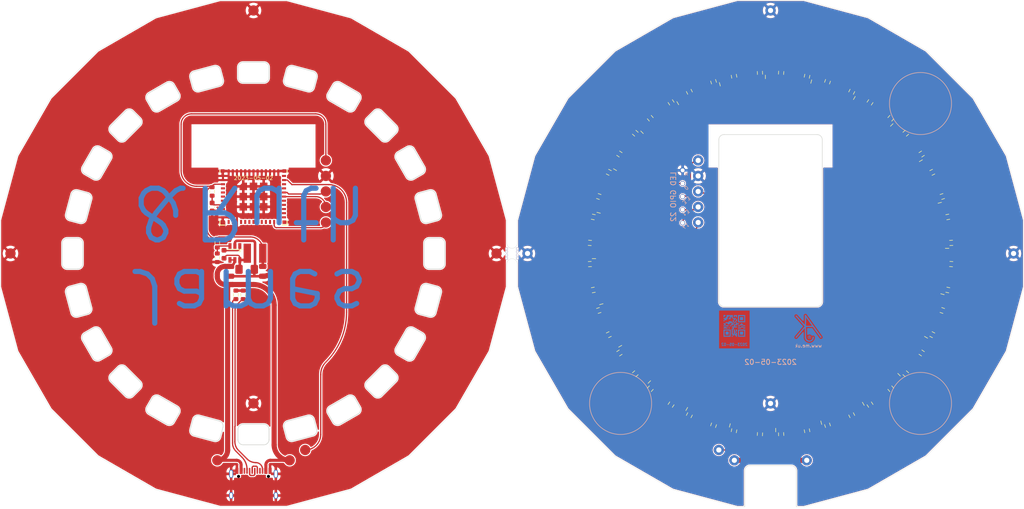
<source format=kicad_pcb>
(kicad_pcb (version 20211014) (generator pcbnew)
  (layers (0 "F.Cu" signal) (31 "B.Cu" signal) (34 "B.Paste" user) (35 "F.Paste" user) (36 "B.SilkS" user "B.Silkscreen") (37 "F.SilkS" user "F.Silkscreen") (38 "B.Mask" user) (39 "F.Mask" user) (44 "Edge.Cuts" user))
  (property "DATE" "2023-05-02")
  (net 0 "")
  (net 1 "VBUS")
  (net 2 "GND")
  (net 3 "LED")
  (net 4 "GPIO0")
  (net 5 "I")
  (net 6 "O")
  (net 33 "VCC")
  (net 34 "GND2")
  (net 35 "+3.3VA")
  (net 36 "Net-(J1-PadA5)")
  (net 37 "unconnected-(J1-PadA6)")
  (net 38 "unconnected-(J1-PadA7)")
  (net 40 "Net-(J1-PadB5)")
  (net 42 "Net-(C49-Pad2)")
  (net 43 "Net-(R4-Pad2)")
  (net 44 "Net-(P3-Pad1)")
  (net 45 "Net-(P4-Pad1)")
  (net 46 "Net-(P6-Pad1)")
  (net 47 "Net-(P7-Pad1)")
  (net 49 "Net-(D12-Pad3)")
  (net 50 "Net-(D1-Pad3)")
  (net 51 "Net-(D2-Pad3)")
  (net 52 "Net-(D3-Pad3)")
  (net 53 "Net-(D4-Pad3)")
  (net 54 "Net-(D5-Pad3)")
  (net 55 "Net-(D6-Pad3)")
  (net 56 "Net-(D7-Pad3)")
  (net 57 "Net-(D8-Pad3)")
  (net 58 "Net-(D10-Pad1)")
  (net 59 "Net-(D10-Pad3)")
  (net 60 "Net-(D11-Pad3)")
  (net 61 "+3.3V")
  (net 62 "Net-(D13-Pad3)")
  (net 63 "Net-(D14-Pad3)")
  (net 64 "Net-(D15-Pad3)")
  (net 65 "Net-(D16-Pad3)")
  (net 66 "Net-(D17-Pad3)")
  (net 67 "Net-(D18-Pad3)")
  (net 68 "Net-(D19-Pad3)")
  (net 69 "Net-(D20-Pad3)")
  (net 70 "Net-(D21-Pad3)")
  (net 71 "Net-(D22-Pad3)")
  (net 72 "Net-(D23-Pad3)")
  (footprint "RevK:C_0603" (layer "F.Cu") (at 223.26 73.84 48)
    (fp_text reference "C16" hide)
    (fp_text value "10nF" hide)
  )
  (footprint "RevK:C_0603" (layer "F.Cu") (at 192.94 65.72 101)
    (fp_text reference "C36" hide)
    (fp_text value "10nF" hide)
  )
  (footprint "RevK:PAD" (layer "F.Cu") (at 147 100)
    (fp_text reference "P10")
    (fp_text value "TestPoint" hide)
  )
  (footprint "RevK:C_0603" (layer "F.Cu") (at 180.76 70.77 123)
    (fp_text reference "C11" hide)
    (fp_text value "10nF" hide)
  )
  (footprint "RevK:C_0603" (layer "F.Cu") (at 192.94 134.28 -102)
    (fp_text reference "C2" hide)
    (fp_text value "10nF" hide)
  )
  (footprint "RevK:C_0603" (layer "F.Cu") (at 211.02 66.78 71)
    (fp_text reference "C38" hide)
    (fp_text value "10nF" hide)
  )
  (footprint "RevK:R_0603" (layer "F.Cu") (at 98 108 90)
    (fp_text reference "R3" hide)
    (fp_text value "5K1")
  )
  (footprint "RevK:C_0603" (layer "F.Cu") (at 211.02 133.22 -72)
    (fp_text reference "C24" hide)
    (fp_text value "10nF" hide)
  )
  (footprint "RevK:C_0603" (layer "F.Cu") (at 197.95 65.06 93)
    (fp_text reference "C13" hide)
    (fp_text value "10nF" hide)
  )
  (footprint "RevK:C_0603" (layer "F.Cu") (at 234.28 107.06 -12)
    (fp_text reference "C20" hide)
    (fp_text value "10nF" hide)
  )
  (footprint "RevK:LEDHOLE" (layer "F.Cu") (at 109.06 66.19 -15)
    (fp_text reference "H14" hide)
    (fp_text value "MountingHole" hide)
    (fp_line (start 2 2) (end -2 1.999999) (layer "Edge.Cuts") (width 0.12))
    (fp_line (start -2 -1.999999) (end 2 -2) (layer "Edge.Cuts") (width 0.12))
    (fp_line (start 3 -1) (end 3 1) (layer "Edge.Cuts") (width 0.12))
    (fp_line (start -3 0.999999) (end -3 -0.999999) (layer "Edge.Cuts") (width 0.12))
    (fp_arc (start 3 1) (mid 2.707107 1.707107) (end 2 2) (layer "Edge.Cuts") (width 0.12))
    (fp_arc (start -3 -0.999999) (mid -2.707107 -1.707106) (end -2 -1.999999) (layer "Edge.Cuts") (width 0.12))
    (fp_arc (start 2 -2) (mid 2.707107 -1.707107) (end 3 -1) (layer "Edge.Cuts") (width 0.12))
    (fp_arc (start -2 1.999999) (mid -2.707107 1.707106) (end -3 0.999999) (layer "Edge.Cuts") (width 0.12))
  )
  (footprint "RevK:LEDHOLE" (layer "F.Cu") (at 130.31 82.5 -60)
    (fp_text reference "H17" hide)
    (fp_text value "MountingHole" hide)
    (fp_line (start 3 -1) (end 3 1) (layer "Edge.Cuts") (width 0.12))
    (fp_line (start -2 -1.999999) (end 2 -2) (layer "Edge.Cuts") (width 0.12))
    (fp_line (start 2 2) (end -2 1.999999) (layer "Edge.Cuts") (width 0.12))
    (fp_line (start -3 0.999999) (end -3 -0.999999) (layer "Edge.Cuts") (width 0.12))
    (fp_arc (start 3 1) (mid 2.707107 1.707107) (end 2 2) (layer "Edge.Cuts") (width 0.12))
    (fp_arc (start -3 -0.999999) (mid -2.707107 -1.707106) (end -2 -1.999999) (layer "Edge.Cuts") (width 0.12))
    (fp_arc (start 2 -2) (mid 2.707107 -1.707107) (end 3 -1) (layer "Edge.Cuts") (width 0.12))
    (fp_arc (start -2 1.999999) (mid -2.707107 1.707106) (end -3 0.999999) (layer "Edge.Cuts") (width 0.12))
  )
  (footprint "Capacitor_SMD:C_0603_1608Metric" (layer "F.Cu") (at 92 91 90)
    (fp_text reference "C49" hide)
    (fp_text value "10nF")
  )
  (footprint "RevK:SMD2020" (layer "F.Cu") (at 217.5 69.69 60)
    (fp_text reference "D15" hide)
    (fp_text value "WS2812B-2mm" hide)
  )
  (footprint "RevK:LEDHOLE" (layer "F.Cu") (at 69.69 82.5 60)
    (fp_text reference "H9" hide)
    (fp_text value "MountingHole" hide)
    (fp_line (start -3 0.999999) (end -3 -0.999999) (layer "Edge.Cuts") (width 0.12))
    (fp_line (start 3 -1) (end 3 1) (layer "Edge.Cuts") (width 0.12))
    (fp_line (start 2 2) (end -2 1.999999) (layer "Edge.Cuts") (width 0.12))
    (fp_line (start -2 -1.999999) (end 2 -2) (layer "Edge.Cuts") (width 0.12))
    (fp_arc (start 2 -2) (mid 2.707107 -1.707107) (end 3 -1) (layer "Edge.Cuts") (width 0.12))
    (fp_arc (start -2 1.999999) (mid -2.707107 1.707106) (end -3 0.999999) (layer "Edge.Cuts") (width 0.12))
    (fp_arc (start -3 -0.999999) (mid -2.707107 -1.707106) (end -2 -1.999999) (layer "Edge.Cuts") (width 0.12))
    (fp_arc (start 3 1) (mid 2.707107 1.707107) (end 2 2) (layer "Edge.Cuts") (width 0.12))
  )
  (footprint "RevK:SMD2020" (layer "F.Cu") (at 175.25 75.25 135)
    (fp_text reference "D10" hide)
    (fp_text value "WS2812B-2mm" hide)
  )
  (footprint "RevK:SMD2020" (layer "F.Cu") (at 233.81 109.06 -15)
    (fp_text reference "D20" hide)
    (fp_text value "WS2812B-2mm" hide)
  )
  (footprint "RevK:LEDHOLE" (layer "F.Cu") (at 135 100 -90)
    (fp_text reference "H19" hide)
    (fp_text value "MountingHole" hide)
    (fp_line (start -3 0.999999) (end -3 -0.999999) (layer "Edge.Cuts") (width 0.12))
    (fp_line (start 2 2) (end -2 1.999999) (layer "Edge.Cuts") (width 0.12))
    (fp_line (start -2 -1.999999) (end 2 -2) (layer "Edge.Cuts") (width 0.12))
    (fp_line (start 3 -1) (end 3 1) (layer "Edge.Cuts") (width 0.12))
    (fp_arc (start 3 1) (mid 2.707107 1.707107) (end 2 2) (layer "Edge.Cuts") (width 0.12))
    (fp_arc (start -3 -0.999999) (mid -2.707107 -1.707106) (end -2 -1.999999) (layer "Edge.Cuts") (width 0.12))
    (fp_arc (start 2 -2) (mid 2.707107 -1.707107) (end 3 -1) (layer "Edge.Cuts") (width 0.12))
    (fp_arc (start -2 1.999999) (mid -2.707107 1.707106) (end -3 0.999999) (layer "Edge.Cuts") (width 0.12))
  )
  (footprint "RevK:USC16-TR" (layer "F.Cu") (at 100 144.5)
    (fp_text reference "J1" hide)
    (fp_text value "USB-C")
  )
  (footprint "RevK:SMD2020" (layer "F.Cu") (at 224.75 124.75 -45)
    (fp_text reference "D22" hide)
    (fp_text value "WS2812B-2mm" hide)
  )
  (footprint "RevK:C_0603" (layer "F.Cu") (at 231.28 115.7 -27)
    (fp_text reference "C21" hide)
    (fp_text value "10nF" hide)
  )
  (footprint "RevK:LEDHOLE" (layer "F.Cu") (at 124.75 75.25 -45)
    (fp_text reference "H16" hide)
    (fp_text value "MountingHole" hide)
    (fp_line (start 2 2) (end -2 1.999999) (layer "Edge.Cuts") (width 0.12))
    (fp_line (start 3 -1) (end 3 1) (layer "Edge.Cuts") (width 0.12))
    (fp_line (start -2 -1.999999) (end 2 -2) (layer "Edge.Cuts") (width 0.12))
    (fp_line (start -3 0.999999) (end -3 -0.999999) (layer "Edge.Cuts") (width 0.12))
    (fp_arc (start 3 1) (mid 2.707107 1.707107) (end 2 2) (layer "Edge.Cuts") (width 0.12))
    (fp_arc (start -2 1.999999) (mid -2.707107 1.707106) (end -3 0.999999) (layer "Edge.Cuts") (width 0.12))
    (fp_arc (start -3 -0.999999) (mid -2.707107 -1.707106) (end -2 -1.999999) (layer "Edge.Cuts") (width 0.12))
    (fp_arc (start 2 -2) (mid 2.707107 -1.707107) (end 3 -1) (layer "Edge.Cuts") (width 0.12))
  )
  (footprint "RevK:SMD2020" (layer "F.Cu") (at 230.31 117.5 -30)
    (fp_text reference "D21" hide)
    (fp_text value "WS2812B-2mm" hide)
  )
  (footprint "RevK:PAD-LINK" (layer "F.Cu") (at 186 91)
    (fp_text reference "T4")
    (fp_text value "TestPoint" hide)
  )
  (footprint "RevK:Hidden" (layer "F.Cu") (at 95.55 103.45 90)
    (fp_text reference "C51" hide)
    (fp_text value "2.2uF")
  )
  (footprint "RevK:C_0603" (layer "F.Cu") (at 170.77 80.76 146)
    (fp_text reference "C33" hide)
    (fp_text value "10nF" hide)
  )
  (footprint "RevK:SMD2020" (layer "F.Cu") (at 230.31 82.5 30)
    (fp_text reference "D17" hide)
    (fp_text value "WS2812B-2mm" hide)
  )
  (footprint "RevK:C_0603" (layer "F.Cu") (at 188.98 133.22 -109)
    (fp_text reference "C26" hide)
    (fp_text value "10nF" hide)
  )
  (footprint "RevK:LEDHOLE" (layer "F.Cu") (at 130.31 117.5 -120)
    (fp_text reference "H21" hide)
    (fp_text value "MountingHole" hide)
    (fp_line (start 3 -1) (end 3 1) (layer "Edge.Cuts") (width 0.12))
    (fp_line (start -2 -1.999999) (end 2 -2) (layer "Edge.Cuts") (width 0.12))
    (fp_line (start 2 2) (end -2 1.999999) (layer "Edge.Cuts") (width 0.12))
    (fp_line (start -3 0.999999) (end -3 -0.999999) (layer "Edge.Cuts") (width 0.12))
    (fp_arc (start -2 1.999999) (mid -2.707107 1.707106) (end -3 0.999999) (layer "Edge.Cuts") (width 0.12))
    (fp_arc (start -3 -0.999999) (mid -2.707107 -1.707106) (end -2 -1.999999) (layer "Edge.Cuts") (width 0.12))
    (fp_arc (start 3 1) (mid 2.707107 1.707107) (end 2 2) (layer "Edge.Cuts") (width 0.12))
    (fp_arc (start 2 -2) (mid 2.707107 -1.707107) (end 3 -1) (layer "Edge.Cuts") (width 0.12))
  )
  (footprint "RevK:SMD2020" (layer "F.Cu") (at 200 65 90)
    (fp_text reference "D13" hide)
    (fp_text value "WS2812B-2mm" hide)
  )
  (footprint "RevK:PAD-LINK" (layer "F.Cu") (at 186 85)
    (fp_text reference "T12")
    (fp_text value "TestPoint" hide)
  )
  (footprint "RevK:Hidden" (layer "F.Cu") (at 94.3 100.15 90)
    (fp_text reference "C50" hide)
    (fp_text value "100nF")
  )
  (footprint "RevK:C_0603" (layer "F.Cu") (at 197.95 134.94 -94)
    (fp_text reference "C25" hide)
    (fp_text value "10nF" hide)
  )
  (footprint "RevK:C_0603" (layer "F.Cu") (at 165.06 102.05 -177)
    (fp_text reference "C7" hide)
    (fp_text value "10nF" hide)
  )
  (footprint "RevK:PAD" (layer "F.Cu") (at 107 140)
    (fp_text reference "P1")
    (fp_text value "TestPoint" hide)
  )
  (footprint "RevK:LEDHOLE" (layer "F.Cu") (at 65 100 90)
    (fp_text reference "H7" hide)
    (fp_text value "MountingHole" hide)
    (fp_line (start -2 -1.999999) (end 2 -2) (layer "Edge.Cuts") (width 0.12))
    (fp_line (start -3 0.999999) (end -3 -0.999999) (layer "Edge.Cuts") (width 0.12))
    (fp_line (start 3 -1) (end 3 1) (layer "Edge.Cuts") (width 0.12))
    (fp_line (start 2 2) (end -2 1.999999) (layer "Edge.Cuts") (width 0.12))
    (fp_arc (start 3 1) (mid 2.707107 1.707107) (end 2 2) (layer "Edge.Cuts") (width 0.12))
    (fp_arc (start -2 1.999999) (mid -2.707107 1.707106) (end -3 0.999999) (layer "Edge.Cuts") (width 0.12))
    (fp_arc (start -3 -0.999999) (mid -2.707107 -1.707106) (end -2 -1.999999) (layer "Edge.Cuts") (width 0.12))
    (fp_arc (start 2 -2) (mid 2.707107 -1.707107) (end 3 -1) (layer "Edge.Cuts") (width 0.12))
  )
  (footprint "RevK:SMD2020" (layer "F.Cu") (at 165 100 180)
    (fp_text reference "D7" hide)
    (fp_text value "WS2812B-2mm" hide)
  )
  (footprint "RevK:Hidden" (layer "F.Cu") (at 98.68 103.07)
    (fp_text reference "D25" hide)
    (fp_text value "Schottky")
  )
  (footprint "RevK:C_0603" (layer "F.Cu") (at 176.74 73.84 131)
    (fp_text reference "C34" hide)
    (fp_text value "10nF" hide)
  )
  (footprint "RevK:PAD-LINK" (layer "F.Cu") (at 153 100)
    (fp_text reference "T10")
    (fp_text value "TestPoint" hide)
  )
  (footprint "RevK:PAD-LINK" (layer "F.Cu") (at 186 88)
    (fp_text reference "T3")
    (fp_text value "TestPoint" hide)
  )
  (footprint "RevK:C_0603" (layer "F.Cu") (at 165.72 92.94 168)
    (fp_text reference "C8" hide)
    (fp_text value "10nF" hide)
  )
  (footprint "RevK:LEDHOLE" (layer "F.Cu") (at 66.19 109.06 105)
    (fp_text reference "H6" hide)
    (fp_text value "MountingHole" hide)
    (fp_line (start 2 2) (end -2 1.999999) (layer "Edge.Cuts") (width 0.12))
    (fp_line (start -2 -1.999999) (end 2 -2) (layer "Edge.Cuts") (width 0.12))
    (fp_line (start -3 0.999999) (end -3 -0.999999) (layer "Edge.Cuts") (width 0.12))
    (fp_line (start 3 -1) (end 3 1) (layer "Edge.Cuts") (width 0.12))
    (fp_arc (start -3 -0.999999) (mid -2.707107 -1.707106) (end -2 -1.999999) (layer "Edge.Cuts") (width 0.12))
    (fp_arc (start -2 1.999999) (mid -2.707107 1.707106) (end -3 0.999999) (layer "Edge.Cuts") (width 0.12))
    (fp_arc (start 2 -2) (mid 2.707107 -1.707107) (end 3 -1) (layer "Edge.Cuts") (width 0.12))
    (fp_arc (start 3 1) (mid 2.707107 1.707107) (end 2 2) (layer "Edge.Cuts") (width 0.12))
  )
  (footprint "RevK:LEDHOLE" (layer "F.Cu") (at 66.19 90.94 75)
    (fp_text reference "H8" hide)
    (fp_text value "MountingHole" hide)
    (fp_line (start -3 0.999999) (end -3 -0.999999) (layer "Edge.Cuts") (width 0.12))
    (fp_line (start 2 2) (end -2 1.999999) (layer "Edge.Cuts") (width 0.12))
    (fp_line (start 3 -1) (end 3 1) (layer "Edge.Cuts") (width 0.12))
    (fp_line (start -2 -1.999999) (end 2 -2) (layer "Edge.Cuts") (width 0.12))
    (fp_arc (start -3 -0.999999) (mid -2.707107 -1.707106) (end -2 -1.999999) (layer "Edge.Cuts") (width 0.12))
    (fp_arc (start -2 1.999999) (mid -2.707107 1.707106) (end -3 0.999999) (layer "Edge.Cuts") (width 0.12))
    (fp_arc (start 2 -2) (mid 2.707107 -1.707107) (end 3 -1) (layer "Edge.Cuts") (width 0.12))
    (fp_arc (start 3 1) (mid 2.707107 1.707107) (end 2 2) (layer "Edge.Cuts") (width 0.12))
  )
  (footprint "RevK:C_0603" (layer "F.Cu") (at 226.16 123.26 -42)
    (fp_text reference "C22" hide)
    (fp_text value "10nF" hide)
  )
  (footprint "RevK:PAD" (layer "F.Cu") (at 114 91)
    (fp_text reference "P4")
    (fp_text value "TestPoint" hide)
  )
  (footprint "RevK:R_0603" (layer "F.Cu") (at 93 100.825 90)
    (fp_text reference "R5" hide)
    (fp_text value "30k 1%")
  )
  (footprint "RevK:C_0603" (layer "F.Cu") (at 170.77 119.24 -147)
    (fp_text reference "C5" hide)
    (fp_text value "10nF" hide)
  )
  (footprint "RevK:LEDHOLE" (layer "F.Cu") (at 90.94 133.81 165)
    (fp_text reference "H2" hide)
    (fp_text value "MountingHole" hide)
    (fp_line (start 3 -1) (end 3 1) (layer "Edge.Cuts") (width 0.12))
    (fp_line (start -3 0.999999) (end -3 -0.999999) (layer "Edge.Cuts") (width 0.12))
    (fp_line (start -2 -1.999999) (end 2 -2) (layer "Edge.Cuts") (width 0.12))
    (fp_line (start 2 2) (end -2 1.999999) (layer "Edge.Cuts") (width 0.12))
    (fp_arc (start 2 -2) (mid 2.707107 -1.707107) (end 3 -1) (layer "Edge.Cuts") (width 0.12))
    (fp_arc (start 3 1) (mid 2.707107 1.707107) (end 2 2) (layer "Edge.Cuts") (width 0.12))
    (fp_arc (start -2 1.999999) (mid -2.707107 1.707106) (end -3 0.999999) (layer "Edge.Cuts") (width 0.12))
    (fp_arc (start -3 -0.999999) (mid -2.707107 -1.707106) (end -2 -1.999999) (layer "Edge.Cuts") (width 0.12))
  )
  (footprint "RevK:C_0603" (layer "F.Cu") (at 184.3 68.72 116)
    (fp_text reference "C35" hide)
    (fp_text value "10nF" hide)
  )
  (footprint "RevK:C_0603" (layer "F.Cu") (at 207.06 65.72 78)
    (fp_text reference "C14" hide)
    (fp_text value "10nF" hide)
  )
  (footprint "RevK:C_0603" (layer "F.Cu") (at 233.22 111.02 -19)
    (fp_text reference "C44" hide)
    (fp_text value "10nF" hide)
  )
  (footprint "RevK:PAD" (layer "F.Cu") (at 114 82)
    (fp_text reference "P5")
    (fp_text value "TestPoint" hide)
  )
  (footprint "RevK:SMD2020" (layer "F.Cu") (at 190.94 133.81 -105)
    (fp_text reference "D2" hide)
    (fp_text value "WS2812B-2mm" hide)
  )
  (footprint "RevK:SMD2020" (layer "F.Cu") (at 169.69 117.5 -150)
    (fp_text reference "D5" hide)
    (fp_text value "WS2812B-2mm" hide)
  )
  (footprint "RevK:LEDHOLE" (layer "F.Cu") (at 82.5 69.69 30)
    (fp_text reference "H11" hide)
    (fp_text value "MountingHole" hide)
    (fp_line (start 2 2) (end -2 1.999999) (layer "Edge.Cuts") (width 0.12))
    (fp_line (start -3 0.999999) (end -3 -0.999999) (layer "Edge.Cuts") (width 0.12))
    (fp_line (start 3 -1) (end 3 1) (layer "Edge.Cuts") (width 0.12))
    (fp_line (start -2 -1.999999) (end 2 -2) (layer "Edge.Cuts") (width 0.12))
    (fp_arc (start 3 1) (mid 2.707107 1.707107) (end 2 2) (layer "Edge.Cuts") (width 0.12))
    (fp_arc (start -2 1.999999) (mid -2.707107 1.707106) (end -3 0.999999) (layer "Edge.Cuts") (width 0.12))
    (fp_arc (start -3 -0.999999) (mid -2.707107 -1.707106) (end -2 -1.999999) (layer "Edge.Cuts") (width 0.12))
    (fp_arc (start 2 -2) (mid 2.707107 -1.707107) (end 3 -1) (layer "Edge.Cuts") (width 0.12))
  )
  (footprint "RevK:PAD-LINK" (layer "F.Cu") (at 186 94)
    (fp_text reference "T6")
    (fp_text value "TestPoint" hide)
  )
  (footprint "RevK:LEDHOLE" (layer "F.Cu") (at 109.06 133.81 -165)
    (fp_text reference "H24" hide)
    (fp_text value "MountingHole" hide)
    (fp_line (start -3 0.999999) (end -3 -0.999999) (layer "Edge.Cuts") (width 0.12))
    (fp_line (start -2 -1.999999) (end 2 -2) (layer "Edge.Cuts") (width 0.12))
    (fp_line (start 3 -1) (end 3 1) (layer "Edge.Cuts") (width 0.12))
    (fp_line (start 2 2) (end -2 1.999999) (layer "Edge.Cuts") (width 0.12))
    (fp_arc (start -2 1.999999) (mid -2.707107 1.707106) (end -3 0.999999) (layer "Edge.Cuts") (width 0.12))
    (fp_arc (start -3 -0.999999) (mid -2.707107 -1.707106) (end -2 -1.999999) (layer "Edge.Cuts") (width 0.12))
    (fp_arc (start 2 -2) (mid 2.707107 -1.707107) (end 3 -1) (layer "Edge.Cuts") (width 0.12))
    (fp_arc (start 3 1) (mid 2.707107 1.707107) (end 2 2) (layer "Edge.Cuts") (width 0.12))
  )
  (footprint "RevK:PAD-LINK" (layer "F.Cu") (at 207 140)
    (fp_text reference "T2")
    (fp_text value "TestPoint" hide)
  )
  (footprint "RevK:C_0603" (layer "F.Cu") (at 180.76 129.23 -124)
    (fp_text reference "C27" hide)
    (fp_text value "10nF" hide)
  )
  (footprint "RevK:C_0603" (layer "F.Cu") (at 229.23 80.76 33)
    (fp_text reference "C17" hide)
    (fp_text value "10nF" hide)
  )
  (footprint "RevK:LEDHOLE" (layer "F.Cu") (at 69.69 117.5 120)
    (fp_text reference "H5" hide)
    (fp_text value "MountingHole" hide)
    (fp_line (start 3 -1) (end 3 1) (layer "Edge.Cuts") (width 0.12))
    (fp_line (start 2 2) (end -2 1.999999) (layer "Edge.Cuts") (width 0.12))
    (fp_line (start -3 0.999999) (end -3 -0.999999) (layer "Edge.Cuts") (width 0.12))
    (fp_line (start -2 -1.999999) (end 2 -2) (layer "Edge.Cuts") (width 0.12))
    (fp_arc (start -2 1.999999) (mid -2.707107 1.707106) (end -3 0.999999) (layer "Edge.Cuts") (width 0.12))
    (fp_arc (start 2 -2) (mid 2.707107 -1.707107) (end 3 -1) (layer "Edge.Cuts") (width 0.12))
    (fp_arc (start 3 1) (mid 2.707107 1.707107) (end 2 2) (layer "Edge.Cuts") (width 0.12))
    (fp_arc (start -3 -0.999999) (mid -2.707107 -1.707106) (end -2 -1.999999) (layer "Edge.Cuts") (width 0.12))
  )
  (footprint "RevK:PAD-LINK" (layer "F.Cu") (at 200 129)
    (fp_text reference "T11")
    (fp_text value "TestPoint" hide)
  )
  (footprint "RevK:C_0603" (layer "F.Cu") (at 219.24 70.77 56)
    (fp_text reference "C39" hide)
    (fp_text value "10nF" hide)
  )
  (footprint "RevK:C_0603" (layer "F.Cu") (at 166.78 88.98 161)
    (fp_text reference "C32" hide)
    (fp_text value "10nF" hide)
  )
  (footprint "RevK:SMD2020" (layer "F.Cu") (at 182.5 69.69 120)
    (fp_text reference "D11" hide)
    (fp_text value "WS2812B-2mm" hide)
  )
  (footprint "RevK:C_0603" (layer "F.Cu") (at 219.24 129.23 -57)
    (fp_text reference "C23" hide)
    (fp_text value "10nF" hide)
  )
  (footprint "RevK:C_0603" (layer "F.Cu") (at 173.84 123.26 -139)
    (fp_text reference "C28" hide)
    (fp_text value "10nF" hide)
  )
  (footprint "RevK:C_0603" (layer "F.Cu") (at 223.26 126.16 -49)
    (fp_text reference "C46" hide)
    (fp_text value "10nF" hide)
  )
  (footprint "RevK:PAD" (layer "F.Cu") (at 114 85)
    (fp_text reference "P12")
    (fp_text value "TestPoint" hide)
  )
  (footprint "RevK:C_0603" (layer "F.Cu") (at 173.84 76.74 138)
    (fp_text reference "C10" hide)
    (fp_text value "10nF" hide)
  )
  (footprint "RevK:SMD2020" (layer "F.Cu") (at 166.19 109.06 -165)
    (fp_text reference "D6" hide)
    (fp_text value "WS2812B-2mm" hide)
  )
  (footprint "RevK:C_0603" (layer "F.Cu") (at 231.28 84.3 26)
    (fp_text reference "C41" hide)
    (fp_text value "10nF" hide)
  )
  (footprint "RevK:PAD-LINK" (layer "F.Cu") (at 200 53)
    (fp_text reference "T8")
    (fp_text value "TestPoint" hide)
  )
  (footprint "RevK:PAD-LINK" (layer "F.Cu") (at 190 138)
    (fp_text reference "T7")
    (fp_text value "TestPoint" hide)
  )
  (footprint "RevK:SMD2020" (layer "F.Cu") (at 169.69 82.5 150)
    (fp_text reference "D9" hide)
    (fp_text value "WS2812B-2mm" hide)
  )
  (footprint "RevK:Hidden" (layer "F.Cu") (at 100.3 99.9)
    (fp_text reference "L1" hide)
    (fp_text value "6.8uH")
  )
  (footprint "RevK:C_0603" (layer "F.Cu") (at 176.74 126.16 -132)
    (fp_text reference "C4" hide)
    (fp_text value "10nF" hide)
  )
  (footprint "RevK:C_0603" (layer "F.Cu") (at 229.23 119.24 -34)
    (fp_text reference "C45" hide)
    (fp_text value "10nF" hide)
  )
  (footprint "RevK:LEDHOLE" (layer "F.Cu") (at 75.25 75.25 45)
    (fp_text reference "H10" hide)
    (fp_text value "MountingHole" hide)
    (fp_line (start 2 2) (end -2 1.999999) (layer "Edge.Cuts") (width 0.12))
    (fp_line (start 3 -1) (end 3 1) (layer "Edge.Cuts") (width 0.12))
    (fp_line (start -3 0.999999) (end -3 -0.999999) (layer "Edge.Cuts") (width 0.12))
    (fp_line (start -2 -1.999999) (end 2 -2) (layer "Edge.Cuts") (width 0.12))
    (fp_arc (start -2 1.999999) (mid -2.707107 1.707106) (end -3 0.999999) (layer "Edge.Cuts") (width 0.12))
    (fp_arc (start 3 1) (mid 2.707107 1.707107) (end 2 2) (layer "Edge.Cuts") (width 0.12))
    (fp_arc (start 2 -2) (mid 2.707107 -1.707107) (end 3 -1) (layer "Edge.Cuts") (width 0.12))
    (fp_arc (start -3 -0.999999) (mid -2.707107 -1.707106) (end -2 -1.999999) (layer "Edge.Cuts") (width 0.12))
  )
  (footprint "RevK:PAD" (layer "F.Cu") (at 100 129)
    (fp_text reference "P11")
    (fp_text value "TestPoint" hide)
  )
  (footprint "RevK:C_0603" (layer "F.Cu") (at 233.22 88.98 18)
    (fp_text reference "C18" hide)
    (fp_text value "10nF" hide)
  )
  (footprint "RevK:Hidden" (layer "F.Cu") (at 101.8 103.45 90)
    (fp_text reference "C52" hide)
    (fp_text value "10uF")
  )
  (footprint "RevK:SMD2020" (layer "F.Cu") (at 182.5 130.31 -120)
    (fp_text reference "D3" hide)
    (fp_text value "WS2812B-2mm" hide)
  )
  (footprint "RevK:C_0603" (layer "F.Cu") (at 202.05 134.94 -87)
    (fp_text reference "C1" hide)
    (fp_text value "10nF" hide)
  )
  (footprint "RevK:LEDHOLE" (layer "F.Cu") (at 100 65)
    (fp_text reference "H13" hide)
    (fp_text value "MountingHole" hide)
    (fp_line (start 3 -1) (end 3 1) (layer "Edge.Cuts") (width 0.12))
    (fp_line (start -2 -1.999999) (end 2 -2) (layer "Edge.Cuts") (width 0.12))
    (fp_line (start -3 0.999999) (end -3 -0.999999) (layer "Edge.Cuts") (width 0.12))
    (fp_line (start 2 2) (end -2 1.999999) (layer "Edge.Cuts") (width 0.12))
    (fp_arc (start -2 1.999999) (mid -2.707107 1.707106) (end -3 0.999999) (layer "Edge.Cuts") (width 0.12))
    (fp_arc (start -3 -0.999999) (mid -2.707107 -1.707106) (end -2 -1.999999) (layer "Edge.Cuts") (width 0.12))
    (fp_arc (start 3 1) (mid 2.707107 1.707107) (end 2 2) (layer "Edge.Cuts") (width 0.12))
    (fp_arc (start 2 -2) (mid 2.707107 -1.707107) (end 3 -1) (layer "Edge.Cuts") (width 0.12))
  )
  (footprint "RevK:PAD" (layer "F.Cu") (at 100 53)
    (fp_text reference "P8")
    (fp_text value "TestPoint" hide)
  )
  (footprint "RevK:SMD2020" (layer "F.Cu") (at 209.06 133.81 -75)
    (fp_text reference "D24" hide)
    (fp_text value "WS2812B-2mm" hide)
  )
  (footprint "RevK:C_0603" (layer "F.Cu") (at 215.7 68.72 63)
    (fp_text reference "C15" hide)
    (fp_text value "10nF" hide)
  )
  (footprint "RevK:ESP32-PICO-MINI-02" (layer "F.Cu") (at 100 89)
    (fp_text reference "U1" hide)
    (fp_text value "ESP32-PICO-MINI-02")
  )
  (footprint "RevK:PAD-LINK" (layer "F.Cu") (at 193 140)
    (fp_text reference "T1")
    (fp_text value "TestPoint" hide)
  )
  (footprint "RevK:C_0603" (layer "F.Cu") (at 168.72 115.7 -154)
    (fp_text reference "C29" hide)
    (fp_text value "10nF" hide)
  )
  (footprint "RevK:LEDHOLE" (layer "F.Cu") (at 117.5 130.31 -150)
    (fp_text reference "H23" hide)
    (fp_text value "MountingHole" hide)
    (fp_line (start 2 2) (end -2 1.999999) (layer "Edge.Cuts") (width 0.12))
    (fp_line (start -3 0.999999) (end -3 -0.999999) (layer "Edge.Cuts") (width 0.12))
    (fp_line (start 3 -1) (end 3 1) (layer "Edge.Cuts") (width 0.12))
    (fp_line (start -2 -1.999999) (end 2 -2) (layer "Edge.Cuts") (width 0.12))
    (fp_arc (start 2 -2) (mid 2.707107 -1.707107) (end 3 -1) (layer "Edge.Cuts") (width 0.12))
    (fp_arc (start 3 1) (mid 2.707107 1.707107) (end 2 2) (layer "Edge.Cuts") (width 0.12))
    (fp_arc (start -2 1.999999) (mid -2.707107 1.707106) (end -3 0.999999) (layer "Edge.Cuts") (width 0.12))
    (fp_arc (start -3 -0.999999) (mid -2.707107 -1.707106) (end -2 -1.999999) (layer "Edge.Cuts") (width 0.12))
  )
  (footprint "RevK:C_0603" (layer "F.Cu") (at 165.06 97.95 176)
    (fp_text reference "C31" hide)
    (fp_text value "10nF" hide)
  )
  (footprint "RevK:C_0603" (layer "F.Cu") (at 188.98 66.78 108)
    (fp_text reference "C12" hide)
    (fp_text value "10nF" hide)
  )
  (footprint "RevK:SMD2020" (layer "F.Cu") (at 235 100)
    (fp_text reference "D19" hide)
    (fp_text value "WS2812B-2mm" hide)
  )
  (footprint "RevK:PAD" (layer "F.Cu") (at 110 138)
    (fp_text reference "P7")
    (fp_text value "TestPoint" hide)
  )
  (footprint "RevK:R_0603" (layer "F.Cu") (at 96.6 108 -90)
    (fp_text reference "R2" hide)
    (fp_text value "5K1")
  )
  (footprint "RevK:LEDHOLE" (layer "F.Cu") (at 133.81 90.94 -75)
    (fp_text reference "H18" hide)
    (fp_text value "MountingHole" hide)
    (fp_line (start 3 -1) (end 3 1) (layer "Edge.Cuts") (width 0.12))
    (fp_line (start 2 2) (end -2 1.999999) (layer "Edge.Cuts") (width 0.12))
    (fp_line (start -3 0.999999) (end -3 -0.999999) (layer "Edge.Cuts") (width 0.12))
    (fp_line (start -2 -1.999999) (end 2 -2) (layer "Edge.Cuts") (width 0.12))
    (fp_arc (start -2 1.999999) (mid -2.707107 1.707106) (end -3 0.999999) (layer "Edge.Cuts") (width 0.12))
    (fp_arc (start 2 -2) (mid 2.707107 -1.707107) (end 3 -1) (layer "Edge.Cuts") (width 0.12))
    (fp_arc (start -3 -0.999999) (mid -2.707107 -1.707106) (end -2 -1.999999) (layer "Edge.Cuts") (width 0.12))
    (fp_arc (start 3 1) (mid 2.707107 1.707107) (end 2 2) (layer "Edge.Cuts") (width 0.12))
  )
  (footprint "RevK:C_0603" (layer "F.Cu") (at 166.78 111.02 -162)
    (fp_text reference "C6" hide)
    (fp_text value "10nF" hide)
  )
  (footprint "RevK:C_0603" (layer "F.Cu") (at 226.16 76.74 41)
    (fp_text reference "C40" hide)
    (fp_text value "10nF" hide)
  )
  (footprint "RevK:LEDHOLE" (layer "F.Cu") (at 90.94 66.19 15)
    (fp_text reference "H12" hide)
    (fp_text value "MountingHole" hide)
    (fp_line (start 2 2) (end -2 1.999999) (layer "Edge.Cuts") (width 0.12))
    (fp_line (start -3 0.999999) (end -3 -0.999999) (layer "Edge.Cuts") (width 0.12))
    (fp_line (start -2 -1.999999) (end 2 -2) (layer "Edge.Cuts") (width 0.12))
    (fp_line (start 3 -1) (end 3 1) (layer "Edge.Cuts") (width 0.12))
    (fp_arc (start -2 1.999999) (mid -2.707107 1.707106) (end -3 0.999999) (layer "Edge.Cuts") (width 0.12))
    (fp_arc (start 3 1) (mid 2.707107 1.707107) (end 2 2) (layer "Edge.Cuts") (width 0.12))
    (fp_arc (start -3 -0.999999) (mid -2.707107 -1.707106) (end -2 -1.999999) (layer "Edge.Cuts") (width 0.12))
    (fp_arc (start 2 -2) (mid 2.707107 -1.707107) (end 3 -1) (layer "Edge.Cuts") (width 0.12))
  )
  (footprint "RevK:PAD" (layer "F.Cu") (at 114 88)
    (fp_text reference "P3")
    (fp_text value "TestPoint" hide)
  )
  (footprint "RevK:C_0603" (layer "F.Cu") (at 234.94 97.95 3)
    (fp_text reference "C19" hide)
    (fp_text value "10nF" hide)
  )
  (footprint "RevK:SMD2020" (layer "F.Cu") (at 200 135 -90)
    (fp_text reference "D1" hide)
    (fp_text value "WS2812B-2mm" hide)
  )
  (footprint "RevK:R_0603" (layer "F.Cu") (at 92 88 -90)
    (fp_text reference "R1" hide)
    (fp_text value "10k")
  )
  (footprint "RevK:LEDHOLE" (layer "F.Cu") (at 82.5 130.31 150)
    (fp_text reference "H3" hide)
    (fp_text value "MountingHole" hide)
    (fp_line (start 2 2) (end -2 1.999999) (layer "Edge.Cuts") (width 0.12))
    (fp_line (start -2 -1.999999) (end 2 -2) (layer "Edge.Cuts") (width 0.12))
    (fp_line (start 3 -1) (end 3 1) (layer "Edge.Cuts") (width 0.12))
    (fp_line (start -3 0.999999) (end -3 -0.999999) (layer "Edge.Cuts") (width 0.12))
    (fp_arc (start 3 1) (mid 2.707107 1.707107) (end 2 2) (layer "Edge.Cuts") (width 0.12))
    (fp_arc (start -2 1.999999) (mid -2.707107 1.707106) (end -3 0.999999) (layer "Edge.Cuts") (width 0.12))
    (fp_arc (start -3 -0.999999) (mid -2.707107 -1.707106) (end -2 -1.999999) (layer "Edge.Cuts") (width 0.12))
    (fp_arc (start 2 -2) (mid 2.707107 -1.707107) (end 3 -1) (layer "Edge.Cuts") (width 0.12))
  )
  (footprint "RevK:C_0603" (layer "F.Cu") (at 165.72 107.06 -169)
    (fp_text reference "C30" hide)
    (fp_text value "10nF" hide)
  )
  (footprint "RevK:LEDHOLE" (layer "F.Cu") (at 133.81 109.06 -105)
    (fp_text reference "H20" hide)
    (fp_text value "MountingHole" hide)
    (fp_line (start 3 -1) (end 3 1) (layer "Edge.Cuts") (width 0.12))
    (fp_line (start -3 0.999999) (end -3 -0.999999) (layer "Edge.Cuts") (width 0.12))
    (fp_line (start 2 2) (end -2 1.999999) (layer "Edge.Cuts") (width 0.12))
    (fp_line (start -2 -1.999999) (end 2 -2) (layer "Edge.Cuts") (width 0.12))
    (fp_arc (start 2 -2) (mid 2.707107 -1.707107) (end 3 -1) (layer "Edge.Cuts") (width 0.12))
    (fp_arc (start 3 1) (mid 2.707107 1.707107) (end 2 2) (layer "Edge.Cuts") (width 0.12))
    (fp_arc (start -2 1.999999) (mid -2.707107 1.707106) (end -3 0.999999) (layer "Edge.Cuts") (width 0.12))
    (fp_arc (start -3 -0.999999) (mid -2.707107 -1.707106) (end -2 -1.999999) (layer "Edge.Cuts") (width 0.12))
  )
  (footprint "RevK:SMD2020" (layer "F.Cu") (at 190.94 66.19 105)
    (fp_text reference "D12" hide)
    (fp_text value "WS2812B-2mm" hide)
  )
  (footprint "RevK:PAD-LINK" (layer "F.Cu") (at 247 100)
    (fp_text reference "T9")
    (fp_text value "TestPoint" hide)
  )
  (footprint "RevK:SMD2020" (layer "F.Cu") (at 175.25 124.75 -135)
    (fp_text reference "D4" hide)
    (fp_text value "WS2812B-2mm" hide)
  )
  (footprint "RevK:LEDHOLE" (layer "F.Cu") (at 124.75 124.75 -135)
    (fp_text reference "H22" hide)
    (fp_text value "MountingHole" hide)
    (fp_line (start 2 2) (end -2 1.999999) (layer "Edge.Cuts") (width 0.12))
    (fp_line (start -3 0.999999) (end -3 -0.999999) (layer "Edge.Cuts") (width 0.12))
    (fp_line (start -2 -1.999999) (end 2 -2) (layer "Edge.Cuts") (width 0.12))
    (fp_line (start 3 -1) (end 3 1) (layer "Edge.Cuts") (width 0.12))
    (fp_arc (start 2 -2) (mid 2.707107 -1.707107) (end 3 -1) (layer "Edge.Cuts") (width 0.12))
    (fp_arc (start -2 1.999999) (mid -2.707107 1.707106) (end -3 0.999999) (layer "Edge.Cuts") (width 0.12))
    (fp_arc (start 3 1) (mid 2.707107 1.707107) (end 2 2) (layer "Edge.Cuts") (width 0.12))
    (fp_arc (start -3 -0.999999) (mid -2.707107 -1.707106) (end -2 -1.999999) (layer "Edge.Cuts") (width 0.12))
  )
  (footprint "RevK:SMD2020" (layer "F.Cu") (at 233.81 90.94 15)
    (fp_text reference "D18" hide)
    (fp_text value "WS2812B-2mm" hide)
  )
  (footprint "RevK:LEDHOLE" (layer "F.Cu") (at 75.25 124.75 135)
    (fp_text reference "H4" hide)
    (fp_text value "MountingHole" hide)
    (fp_line (start 3 -1) (end 3 1) (layer "Edge.Cuts") (width 0.12))
    (fp_line (start -2 -1.999999) (end 2 -2) (layer "Edge.Cuts") (width 0.12))
    (fp_line (start -3 0.999999) (end -3 -0.999999) (layer "Edge.Cuts") (width 0.12))
    (fp_line (start 2 2) (end -2 1.999999) (layer "Edge.Cuts") (width 0.12))
    (fp_arc (start -3 -0.999999) (mid -2.707107 -1.707106) (end -2 -1.999999) (layer "Edge.Cuts") (width 0.12))
    (fp_arc (start -2 1.999999) (mid -2.707107 1.707106) (end -3 0.999999) (layer "Edge.Cuts") (width 0.12))
    (fp_arc (start 3 1) (mid 2.707107 1.707107) (end 2 2) (layer "Edge.Cuts") (width 0.12))
    (fp_arc (start 2 -2) (mid 2.707107 -1.707107) (end 3 -1) (layer "Edge.Cuts") (width 0.12))
  )
  (footprint "RevK:C_0603" (layer "F.Cu") (at 207.06 134.28 -79)
    (fp_text reference "C48" hide)
    (fp_text value "10nF" hide)
  )
  (footprint "RevK:PAD" (layer "F.Cu") (at 53 100)
    (fp_text reference "P9")
    (fp_text value "TestPoint" hide)
  )
  (footprint "RevK:C_0603" (layer "F.Cu") (at 202.05 65.06 86)
    (fp_text reference "C37" hide)
    (fp_text value "10nF" hide)
  )
  (footprint "RevK:LEDHOLE" (layer "F.Cu") (at 100 135 180)
    (fp_text reference "H1" hide)
    (fp_text value "MountingHole" hide)
    (fp_line (start 3 -1) (end 3 1) (layer "Edge.Cuts") (width 0.12))
    (fp_line (start -2 -1.999999) (end 2 -2) (layer "Edge.Cuts") (width 0.12))
    (fp_line (start -3 0.999999) (end -3 -0.999999) (layer "Edge.Cuts") (width 0.12))
    (fp_line (start 2 2) (end -2 1.999999) (layer "Edge.Cuts") (width 0.12))
    (fp_arc (start -3 -0.999999) (mid -2.707107 -1.707106) (end -2 -1.999999) (layer "Edge.Cuts") (width 0.12))
    (fp_arc (start -2 1.999999) (mid -2.707107 1.707106) (end -3 0.999999) (layer "Edge.Cuts") (width 0.12))
    (fp_arc (start 2 -2) (mid 2.707107 -1.707107) (end 3 -1) (layer "Edge.Cuts") (width 0.12))
    (fp_arc (start 3 1) (mid 2.707107 1.707107) (end 2 2) (layer "Edge.Cuts") (width 0.12))
  )
  (footprint "RevK:C_0603" (layer "F.Cu") (at 168.72 84.3 153)
    (fp_text reference "C9" hide)
    (fp_text value "10nF" hide)
  )
  (footprint "RevK:PAD-LINK" (layer "F.Cu") (at 186 82)
    (fp_text reference "T5")
    (fp_text value "TestPoint" hide)
  )
  (footprint "RevK:PCB-Join" (layer "F.Cu") (at 150 100)
    (fp_text reference "J3" hide)
    (fp_text value "Join" hide)
    (fp_arc (start 1 -2) (mid 0 -1) (end -1 -2) (layer "Edge.Cuts") (width 0.05))
    (fp_arc (start -1 2) (mid 0 1) (end 1 2) (layer "Edge.Cuts") (width 0.05))
  )
  (footprint "RevK:PAD" (layer "F.Cu") (at 114 94)
    (fp_text reference "P6")
    (fp_text value "TestPoint" hide)
  )
  (footprint "RevK:PAD" (layer "F.Cu") (at 93 140)
    (fp_text reference "P2")
    (fp_text value "TestPoint" hide)
  )
  (footprint "RevK:SMD2020" (layer "F.Cu") (at 166.19 90.94 165)
    (fp_text reference "D8" hide)
    (fp_text value "WS2812B-2mm" hide)
  )
  (footprint "RevK:LEDHOLE" (layer "F.Cu") (at 117.5 69.69 -30)
    (fp_text reference "H15" hide)
    (fp_text value "MountingHole" hide)
    (fp_line (start -3 0.999999) (end -3 -0.999999) (layer "Edge.Cuts") (width 0.12))
    (fp_line (start -2 -1.999999) (end 2 -2) (layer "Edge.Cuts") (width 0.12))
    (fp_line (start 3 -1) (end 3 1) (layer "Edge.Cuts") (width 0.12))
    (fp_line (start 2 2) (end -2 1.999999) (layer "Edge.Cuts") (width 0.12))
    (fp_arc (start -3 -0.999999) (mid -2.707107 -1.707106) (end -2 -1.999999) (layer "Edge.Cuts") (width 0.12))
    (fp_arc (start 3 1) (mid 2.707107 1.707107) (end 2 2) (layer "Edge.Cuts") (width 0.12))
    (fp_arc (start -2 1.999999) (mid -2.707107 1.707106) (end -3 0.999999) (layer "Edge.Cuts") (width 0.12))
    (fp_arc (start 2 -2) (mid 2.707107 -1.707107) (end 3 -1) (layer "Edge.Cuts") (width 0.12))
  )
  (footprint "RevK:SMD2020" (layer "F.Cu") (at 209.06 66.19 75)
    (fp_text reference "D14" hide)
    (fp_text value "WS2812B-2mm" hide)
  )
  (footprint "RevK:C_0603" (layer "F.Cu") (at 215.7 131.28 -64)
    (fp_text reference "C47" hide)
    (fp_text value "10nF" hide)
  )
  (footprint "RevK:C_0603" (layer "F.Cu") (at 184.3 131.28 -117)
    (fp_text reference "C3" hide)
    (fp_text value "10nF" hide)
  )
  (footprint "RevK:SMD2020" (layer "F.Cu") (at 224.75 75.25 45)
    (fp_text reference "D16" hide)
    (fp_text value "WS2812B-2mm" hide)
  )
  (footprint "RevK:C_0603" (layer "F.Cu") (at 234.94 102.05 -4)
    (fp_text reference "C43" hide)
    (fp_text value "10nF" hide)
  )
  (footprint "RevK:SMD2020" (layer "F.Cu") (at 217.5 130.31 -60)
    (fp_text reference "D23" hide)
    (fp_text value "WS2812B-2mm" hide)
  )
  (footprint "RevK:SOT-23-Thin-6-Reg" (layer "F.Cu") (at 96.4 99.9)
    (fp_text reference "U2" hide)
    (fp_text value "LMR16006XDDCR")
  )
  (footprint "RevK:C_0603" (layer "F.Cu") (at 234.28 92.94 11)
    (fp_text reference "C42" hide)
    (fp_text value "10nF" hide)
  )
  (footprint "RevK:R_0603" (layer "F.Cu") (at 93 98 -90)
    (fp_text reference "R4" hide)
    (fp_text value "100k 1%")
  )
  (footprint "RevK:QR-LED" (layer "B.Cu") (at 193 114 180)
    (fp_text reference "U3" hide)
    (fp_text value "QR" hide)
  )
  (footprint "RevK:AJK" (layer "B.Cu") (at 206.75 114.1 180)
    (fp_text reference "Logo1" hide)
    (fp_text value "AJK" hide)
  )
  (footprint "RevK:Shelly" (layer "B.Cu") (at 183 89 90)
    (fp_text reference "J2" hide)
    (fp_text value "Shelly" hide)
  )
  (gr_circle (center 171 129) (end 177 129) (layer "B.SilkS") (width 0.12) (fill none))
  (gr_circle (center 229 71) (end 229 65) (layer "B.SilkS") (width 0.12) (fill none))
  (gr_circle (center 229 129) (end 235 129) (layer "B.SilkS") (width 0.12) (fill none))
  (gr_line (start 51 93.55) (end 54.34 81.09) (layer "Edge.Cuts") (width 0.05))
  (gr_arc (start 195 142) (mid 195.292893 141.292893) (end 196 141) (layer "Edge.Cuts") (width 0.1))
  (gr_line (start 195 149) (end 193.55 149) (layer "Edge.Cuts") (width 0.05))
  (gr_line (start 145.66 81.09) (end 149 93.55) (layer "Edge.Cuts") (width 0.05))
  (gr_line (start 190.000001 78.000001) (end 190 109.292893) (layer "Edge.Cuts") (width 0.1))
  (gr_line (start 118.91 145.66) (end 106.45 149) (layer "Edge.Cuts") (width 0.05))
  (gr_line (start 218.91 145.66) (end 206.45 149) (layer "Edge.Cuts") (width 0.05))
  (gr_line (start 196 141) (end 204 141) (layer "Edge.Cuts") (width 0.1))
  (gr_line (start 169.91 139.21) (end 160.79 130.09) (layer "Edge.Cuts") (width 0.05))
  (gr_arc (start 191 110.292893) (mid 190.292896 109.999999) (end 190 109.292893) (layer "Edge.Cuts") (width 0.1))
  (gr_line (start 81.09 54.34) (end 93.55 51) (layer "Edge.Cuts") (width 0.05))
  (gr_line (start 245.66 81.09) (end 249 93.55) (layer "Edge.Cuts") (width 0.05))
  (gr_line (start 160.79 69.91) (end 169.91 60.79) (layer "Edge.Cuts") (width 0.05))
  (gr_line (start 93.55 51) (end 106.45 51) (layer "Edge.Cuts") (width 0.05))
  (gr_line (start 239.21 69.91) (end 245.66 81.09) (layer "Edge.Cuts") (width 0.05))
  (gr_line (start 149 102) (end 149 106.45) (layer "Edge.Cuts") (width 0.05))
  (gr_line (start 249 93.55) (end 249 106.45) (layer "Edge.Cuts") (width 0.05))
  (gr_line (start 60.79 69.91) (end 69.91 60.79) (layer "Edge.Cuts") (width 0.05))
  (gr_line (start 230.09 60.79) (end 239.21 69.91) (layer "Edge.Cuts") (width 0.05))
  (gr_arc (start 209 77) (mid 209.707107 77.292893) (end 210 78) (layer "Edge.Cuts") (width 0.1))
  (gr_line (start 181.09 145.66) (end 169.91 139.21) (layer "Edge.Cuts") (width 0.05))
  (gr_line (start 193.55 149) (end 181.09 145.66) (layer "Edge.Cuts") (width 0.05))
  (gr_line (start 209 77) (end 191.000001 77.000001) (layer "Edge.Cuts") (width 0.1))
  (gr_line (start 206.45 149) (end 205 149) (layer "Edge.Cuts") (width 0.05))
  (gr_line (start 206.45 51) (end 218.91 54.34) (layer "Edge.Cuts") (width 0.05))
  (gr_line (start 139.21 69.91) (end 145.66 81.09) (layer "Edge.Cuts") (width 0.05))
  (gr_line (start 245.66 118.91) (end 239.21 130.09) (layer "Edge.Cuts") (width 0.05))
  (gr_line (start 239.21 130.09) (end 230.09 139.21) (layer "Edge.Cuts") (width 0.05))
  (gr_line (start 130.09 60.79) (end 139.21 69.91) (layer "Edge.Cuts") (width 0.05))
  (gr_line (start 151 98) (end 151 93.55) (layer "Edge.Cuts") (width 0.05))
  (gr_line (start 93.55 149) (end 81.09 145.66) (layer "Edge.Cuts") (width 0.05))
  (gr_line (start 181.09 54.34) (end 193.55 51) (layer "Edge.Cuts") (width 0.05))
  (gr_line (start 69.91 60.79) (end 81.09 54.34) (layer "Edge.Cuts") (width 0.05))
  (gr_line (start 205 149) (end 205 142) (layer "Edge.Cuts") (width 0.1))
  (gr_line (start 195 149) (end 195 142) (layer "Edge.Cuts") (width 0.1))
  (gr_line (start 139.21 130.09) (end 130.09 139.21) (layer "Edge.Cuts") (width 0.05))
  (gr_line (start 54.34 118.91) (end 51 106.45) (layer "Edge.Cuts") (width 0.05))
  (gr_line (start 193.55 51) (end 206.45 51) (layer "Edge.Cuts") (width 0.05))
  (gr_line (start 151 106.45) (end 151 102) (layer "Edge.Cuts") (width 0.05))
  (gr_line (start 130.09 139.21) (end 118.91 145.66) (layer "Edge.Cuts") (width 0.05))
  (gr_line (start 106.45 149) (end 93.55 149) (layer "Edge.Cuts") (width 0.05))
  (gr_line (start 51 106.45) (end 51 93.55) (layer "Edge.Cuts") (width 0.05))
  (gr_line (start 191 110.292893) (end 209 110.292893) (layer "Edge.Cuts") (width 0.1))
  (gr_arc (start 190.000001 78.000001) (mid 190.292894 77.292894) (end 191.000001 77.000001) (layer "Edge.Cuts") (width 0.1))
  (gr_line (start 230.09 139.21) (end 218.91 145.66) (layer "Edge.Cuts") (width 0.05))
  (gr_line (start 160.79 130.09) (end 154.34 118.91) (layer "Edge.Cuts") (width 0.05))
  (gr_line (start 149 106.45) (end 145.66 118.91) (layer "Edge.Cuts") (width 0.05))
  (gr_line (start 106.45 51) (end 118.91 54.34) (layer "Edge.Cuts") (width 0.05))
  (gr_line (start 81.09 145.66) (end 69.91 139.21) (layer "Edge.Cuts") (width 0.05))
  (gr_line (start 69.91 139.21) (end 60.79 130.09) (layer "Edge.Cuts") (width 0.05))
  (gr_line (start 60.79 130.09) (end 54.34 118.91) (layer "Edge.Cuts") (width 0.05))
  (gr_line (start 149 93.55) (end 149 98) (layer "Edge.Cuts") (width 0.05))
  (gr_line (start 118.91 54.34) (end 130.09 60.79) (layer "Edge.Cuts") (width 0.05))
  (gr_arc (start 210 109.292893) (mid 209.707109 110.000004) (end 209 110.292893) (layer "Edge.Cuts") (width 0.1))
  (gr_line (start 169.91 60.79) (end 181.09 54.34) (layer "Edge.Cuts") (width 0.05))
  (gr_line (start 218.91 54.34) (end 230.09 60.79) (layer "Edge.Cuts") (width 0.05))
  (gr_line (start 54.34 81.09) (end 60.79 69.91) (layer "Edge.Cuts") (width 0.05))
  (gr_line (start 154.34 118.91) (end 151 106.45) (layer "Edge.Cuts") (width 0.05))
  (gr_line (start 145.66 118.91) (end 139.21 130.09) (layer "Edge.Cuts") (width 0.05))
  (gr_line (start 154.34 81.09) (end 160.79 69.91) (layer "Edge.Cuts") (width 0.05))
  (gr_arc (start 204 141) (mid 204.707107 141.292893) (end 205 142) (layer "Edge.Cuts") (width 0.1))
  (gr_line (start 151 93.55) (end 154.34 81.09) (layer "Edge.Cuts") (width 0.05))
  (gr_line (start 210 109.292893) (end 210 78) (layer "Edge.Cuts") (width 0.1))
  (gr_line (start 249 106.45) (end 245.66 118.91) (layer "Edge.Cuts") (width 0.05))
  (gr_text "James\n&Ruth" (at 99 100 180) (layer "B.Cu") (effects (font (size 10 10) (thickness 1)) (justify mirror)))
  (gr_text "LED GPIO 22" (at 181.21 89.03 90) (layer "B.SilkS") (effects (font (size 1 1)) (justify mirror)))
  (gr_text "${DATE}" (at 200 121) (layer "B.SilkS") (effects (font (size 1 1)) (justify mirror)))
  (segment (start 95 138) (end 95 106) (width 1) (layer "F.Cu") (net 1))
  (segment (start 97.6 142.04) (end 97.6 140.87) (width 0.6) (layer "F.Cu") (net 1))
  (segment (start 95.55 102.5) (end 94.5 102.5) (width 1) (layer "F.Cu") (net 1))
  (segment (start 100 106) (end 96 106) (width 1) (layer "F.Cu") (net 1))
  (segment (start 104 137) (end 104 110) (width 1) (layer "F.Cu") (net 1))
  (segment (start 103.27 140) (end 107 140) (width 0.6) (layer "F.Cu") (net 1))
  (segment (start 96.73 140) (end 93 140) (width 0.6) (layer "F.Cu") (net 1))
  (segment (start 93 104) (end 93 104.5) (width 1) (layer "F.Cu") (net 1))
  (segment (start 94.5 106) (end 96 106) (width 1) (layer "F.Cu") (net 1))
  (segment (start 96 106) (end 95 106) (width 1) (layer "F.Cu") (net 1))
  (segment (start 102.4 142.04) (end 102.4 140.87) (width 0.6) (layer "F.Cu") (net 1))
  (segment (start 95.45 101.25) (end 96.4 101.25) (width 0.25) (layer "F.Cu") (net 1))
  (arc (start 102.4 140.87) (mid 102.654817 140.254817) (end 103.27 140) (width 0.6) (layer "F.Cu") (net 1))
  (arc (start 97.6 140.87) (mid 97.345183 140.254817) (end 96.73 140) (width 0.6) (layer "F.Cu") (net 1))
  (arc (start 94.5 102.5) (mid 93.43934 102.93934) (end 93 104) (width 1) (layer "F.Cu") (net 1))
  (arc (start 107 140) (mid 104.87868 139.12132) (end 104 137) (width 1) (layer "F.Cu") (net 1))
  (arc (start 104 110) (mid 102.828427 107.171573) (end 100 106) (width 1) (layer "F.Cu") (net 1))
  (arc (start 95 138) (mid 94.414214 139.414214) (end 93 140) (width 1) (layer "F.Cu") (net 1))
  (arc (start 93 104.5) (mid 93.43934 105.56066) (end 94.5 106) (width 1) (layer "F.Cu") (net 1))
  (segment (start 94.05 93.95) (end 94.05 94.75) (width 1) (layer "F.Cu") (net 2))
  (segment (start 94.8 95.5) (end 101 95.5) (width 1) (layer "F.Cu") (net 2))
  (segment (start 104.5 99) (end 104.5 101.7) (width 1) (layer "F.Cu") (net 2))
  (arc (start 94.05 94.75) (mid 94.26967 95.28033) (end 94.8 95.5) (width 1) (layer "F.Cu") (net 2))
  (arc (start 104.5 101.7) (mid 103.709188 103.609188) (end 101.8 104.4) (width 1) (layer "F.Cu") (net 2))
  (arc (start 101 95.5) (mid 103.474874 96.525126) (end 104.5 99) (width 1) (layer "F.Cu") (net 2))
  (segment (start 201.125 136.475) (end 201.125 134.775) (width 0.25) (layer "F.Cu") (net 3))
  (segment (start 190 138) (end 199.6 138) (width 0.25) (layer "F.Cu") (net 3))
  (arc (start 201.125 134.775) (mid 200.941942 134.333058) (end 200.5 134.15) (width 0.25) (layer "F.Cu") (net 3))
  (arc (start 199.6 138) (mid 200.678338 137.553338) (end 201.125 136.475) (width 0.25) (layer "F.Cu") (net 3))
  (segment (start 181 88) (end 181 94) (width 0.25) (layer "F.Cu") (net 4))
  (segment (start 183 86.46) (end 182.54 86.46) (width 0.25) (layer "F.Cu") (net 4))
  (segment (start 183 96) (end 184 96) (width 0.25) (layer "F.Cu") (net 4))
  (arc (start 184 96) (mid 185.414214 95.414214) (end 186 94) (width 0.25) (layer "F.Cu") (net 4))
  (arc (start 182.54 86.46) (mid 181.451056 86.911056) (end 181 88) (width 0.25) (layer "F.Cu") (net 4))
  (arc (start 181 94) (mid 181.585786 95.414214) (end 183 96) (width 0.25) (layer "F.Cu") (net 4))
  (segment (start 185.46 91.54) (end 183 91.54) (width 0.25) (layer "F.Cu") (net 5))
  (segment (start 186 92.5) (end 184.58 92.5) (width 0.25) (layer "F.Cu") (net 6))
  (segment (start 188 90) (end 188 90.5) (width 0.25) (layer "F.Cu") (net 6))
  (arc (start 186 88) (mid 187.414214 88.585786) (end 188 90) (width 0.25) (layer "F.Cu") (net 6))
  (arc (start 184.58 92.5) (mid 183.462771 92.962771) (end 183 94.08) (width 0.25) (layer "F.Cu") (net 6))
  (arc (start 188 90.5) (mid 187.414214 91.914214) (end 186 92.5) (width 0.25) (layer "F.Cu") (net 6))
  (segment (start 193 140) (end 204 140) (width 1) (layer "F.Cu") (net 33))
  (segment (start 202.00944 134.166062) (end 202.319597 134.166062) (width 1) (layer "F.Cu") (net 33))
  (segment (start 204 140) (end 207 140) (width 1) (layer "F.Cu") (net 33))
  (segment (start 204 135.846465) (end 204 140) (width 1) (layer "F.Cu") (net 33))
  (arc (start 202.319597 134.166062) (mid 203.507821 134.658241) (end 204 135.846465) (width 1) (layer "F.Cu") (net 33))
  (segment (start 184.5 83.5) (end 184.5 87.5) (width 0.25) (layer "F.Cu") (net 35))
  (arc (start 186 82) (mid 184.93934 82.43934) (end 184.5 83.5) (width 0.25) (layer "F.Cu") (net 35))
  (arc (start 184.5 87.5) (mid 184.06066 88.56066) (end 183 89) (width 0.25) (layer "F.Cu") (net 35))
  (segment (start 95.95 109.475) (end 95.95 136.67) (width 0.25) (layer "F.Cu") (net 36))
  (segment (start 97.78 139.41) (end 96.593468 138.223468) (width 0.25) (layer "F.Cu") (net 36))
  (arc (start 98.75 141.751787) (mid 98.497905 140.484421) (end 97.78 139.41) (width 0.25) (layer "F.Cu") (net 36))
  (arc (start 96.6 108.825) (mid 96.140381 109.015381) (end 95.95 109.475) (width 0.25) (layer "F.Cu") (net 36))
  (arc (start 96.593468 138.223468) (mid 96.117232 137.510731) (end 95.95 136.67) (width 0.25) (layer "F.Cu") (net 36))
  (segment (start 100.009315 141.145) (end 100.490685 141.145) (width 0.25) (layer "F.Cu") (net 37))
  (segment (start 99.75 142.04) (end 99.75 141.404315) (width 0.25) (layer "F.Cu") (net 37))
  (segment (start 100.75 141.404315) (end 100.75 142.04) (width 0.25) (layer "F.Cu") (net 37))
  (arc (start 99.75 141.404315) (mid 99.825952 141.220952) (end 100.009315 141.145) (width 0.25) (layer "F.Cu") (net 37))
  (arc (start 100.490685 141.145) (mid 100.674048 141.220952) (end 100.75 141.404315) (width 0.25) (layer "F.Cu") (net 37))
  (segment (start 99.25 142.675685) (end 99.25 142.04) (width 0.25) (layer "F.Cu") (net 38))
  (segment (start 100.25 142.675685) (end 100.25 142.04) (width 0.25) (layer "F.Cu") (net 38))
  (segment (start 99.990685 142.935) (end 99.509315 142.935) (width 0.25) (layer "F.Cu") (net 38))
  (arc (start 99.509315 142.935) (mid 99.325952 142.859048) (end 99.25 142.675685) (width 0.25) (layer "F.Cu") (net 38))
  (arc (start 99.990685 142.935) (mid 100.174048 142.859048) (end 100.25 142.675685) (width 0.25) (layer "F.Cu") (net 38))
  (segment (start 96.44 133.375834) (end 96.44 110.910538) (width 0.25) (layer "F.Cu") (net 40))
  (segment (start 96.4 136.39) (end 96.4 133.472402) (width 0.25) (layer "F.Cu") (net 40))
  (segment (start 97.100036 138.080036) (end 98.767036 139.747035) (width 0.25) (layer "F.Cu") (net 40))
  (segment (start 96.9 109.8) (end 97.786611 108.913389) (width 0.25) (layer "F.Cu") (net 40))
  (arc (start 97.100036 138.080036) (mid 96.581933 137.304641) (end 96.4 136.39) (width 0.25) (layer "F.Cu") (net 40))
  (arc (start 101.75 141.75) (mid 101.36631 140.82369) (end 100.44 140.44) (width 0.25) (layer "F.Cu") (net 40))
  (arc (start 96.4 133.472402) (mid 96.429605 133.428096) (end 96.44 133.375834) (width 0.25) (layer "F.Cu") (net 40))
  (arc (start 100.44 140.44) (mid 99.534598 140.259904) (end 98.767036 139.747035) (width 0.25) (layer "F.Cu") (net 40))
  (arc (start 96.44 110.910538) (mid 96.55955 110.30952) (end 96.9 109.8) (width 0.25) (layer "F.Cu") (net 40))
  (segment (start 94.1 90.6) (end 92.375 90.6) (width 0.25) (layer "F.Cu") (net 42))
  (segment (start 92 88.825) (end 92 90.225) (width 0.25) (layer "F.Cu") (net 42))
  (arc (start 92.375 90.6) (mid 92.109835 90.490165) (end 92 90.225) (width 0.25) (layer "F.Cu") (net 42))
  (segment (start 93.275 98.55) (end 95.45 98.55) (width 0.25) (layer "F.Cu") (net 43))
  (segment (start 93 98.825) (end 93 100) (width 0.25) (layer "F.Cu") (net 43))
  (segment (start 106.8 88.5) (end 112.792894 88.5) (width 0.25) (layer "F.Cu") (net 44))
  (segment (start 105.9 88.2) (end 106.5 88.2) (width 0.25) (layer "F.Cu") (net 44))
  (segment (start 106.5 88.2) (end 106.8 88.5) (width 0.25) (layer "F.Cu") (net 44))
  (arc (start 112.792894 88.5) (mid 113.446175 88.370054) (end 114 88) (width 0.25) (layer "F.Cu") (net 44))
  (segment (start 105.9 89) (end 112 89) (width 0.25) (layer "F.Cu") (net 45))
  (arc (start 112 89) (mid 113.414214 89.585786) (end 114 91) (width 0.25) (layer "F.Cu") (net 45))
  (segment (start 104.45 95) (end 113 95) (width 0.25) (layer "F.Cu") (net 46))
  (segment (start 104 93.9) (end 104 94.55) (width 0.25) (layer "F.Cu") (net 46))
  (arc (start 104 94.55) (mid 104.131802 94.868198) (end 104.45 95) (width 0.25) (layer "F.Cu") (net 46))
  (arc (start 113 95) (mid 113.707107 94.707107) (end 114 94) (width 0.25) (layer "F.Cu") (net 46))
  (segment (start 113 123.414213) (end 113 135) (width 0.25) (layer "F.Cu") (net 47))
  (segment (start 107.425 86.675) (end 114.548833 86.675) (width 0.25) (layer "F.Cu") (net 47))
  (segment (start 118 90.126167) (end 118 111.343146) (width 0.25) (layer "F.Cu") (net 47))
  (segment (start 105.9 85.8) (end 106.55 85.8) (width 0.25) (layer "F.Cu") (net 47))
  (segment (start 106.55 85.8) (end 107.425 86.675) (width 0.25) (layer "F.Cu") (net 47))
  (arc (start 114 121) (mid 113.259892 122.10765) (end 113 123.414213) (width 0.25) (layer "F.Cu") (net 47))
  (arc (start 118 111.343146) (mid 116.960434 116.569398) (end 114 121) (width 0.25) (layer "F.Cu") (net 47))
  (arc (start 114.548833 86.675) (mid 116.989177 87.685823) (end 118 90.126167) (width 0.25) (layer "F.Cu") (net 47))
  (arc (start 113 135) (mid 112.12132 137.12132) (end 110 138) (width 0.25) (layer "F.Cu") (net 47))
  (arc (start 199.51 65.85) (mid 199.21 65.26) (end 198.5 65.03) (width 0.25) (layer "F.Cu") (net 49))
  (arc (start 192.4 65.84) (mid 191.66 65.75) (end 191.22 65.24) (width 0.25) (layer "F.Cu") (net 49))
  (arc (start 198.5 65.03) (mid 195.43 65.3) (end 192.4 65.84) (width 0.25) (layer "F.Cu") (net 49))
  (arc (start 198.5 134.97) (mid 199.19 135.25) (end 199.49 135.85) (width 0.25) (layer "F.Cu") (net 50))
  (arc (start 192.4 134.16) (mid 195.43 134.7) (end 198.5 134.97) (width 0.25) (layer "F.Cu") (net 50))
  (arc (start 191.63 133.11) (mid 191.78 133.76) (end 192.4 134.16) (width 0.25) (layer "F.Cu") (net 50))
  (arc (start 183.35 129.82) (mid 183.32 130.48) (end 183.81 131.03) (width 0.25) (layer "F.Cu") (net 51))
  (arc (start 183.81 131.03) (mid 186.61 132.34) (end 189.5 133.39) (width 0.25) (layer "F.Cu") (net 51))
  (arc (start 189.5 133.39) (mid 190.1 133.84) (end 190.23 134.49) (width 0.25) (layer "F.Cu") (net 51))
  (arc (start 176.2 124.49) (mid 176 125.12) (end 176.33 125.79) (width 0.25) (layer "F.Cu") (net 52))
  (arc (start 181.22 129.53) (mid 181.68 130.12) (end 181.63 130.79) (width 0.25) (layer "F.Cu") (net 52))
  (arc (start 176.33 125.79) (mid 178.69 127.77) (end 181.22 129.53) (width 0.25) (layer "F.Cu") (net 52))
  (arc (start 170.47 118.78) (mid 172.23 121.31) (end 174.21 123.67) (width 0.25) (layer "F.Cu") (net 53))
  (arc (start 170.67 117.5) (mid 170.31 118.06) (end 170.47 118.78) (width 0.25) (layer "F.Cu") (net 53))
  (arc (start 174.21 123.67) (mid 174.51 124.35) (end 174.29 124.99) (width 0.25) (layer "F.Cu") (net 53))
  (arc (start 166.61 110.5) (mid 167.66 113.39) (end 168.97 116.19) (width 0.25) (layer "F.Cu") (net 54))
  (arc (start 168.97 116.19) (mid 169.07 116.93) (end 168.7 117.48) (width 0.25) (layer "F.Cu") (net 54))
  (arc (start 167.14 109.31) (mid 166.65 109.76) (end 166.61 110.5) (width 0.25) (layer "F.Cu") (net 54))
  (arc (start 165.84 107.6) (mid 165.75 108.34) (end 165.24 108.78) (width 0.25) (layer "F.Cu") (net 55))
  (arc (start 165.85 100.49) (mid 165.26 100.79) (end 165.03 101.5) (width 0.25) (layer "F.Cu") (net 55))
  (arc (start 165.03 101.5) (mid 165.3 104.57) (end 165.84 107.6) (width 0.25) (layer "F.Cu") (net 55))
  (arc (start 165.84 92.4) (mid 165.3 95.43) (end 165.03 98.5) (width 0.25) (layer "F.Cu") (net 56))
  (arc (start 166.89 91.63) (mid 166.24 91.78) (end 165.84 92.4) (width 0.25) (layer "F.Cu") (net 56))
  (arc (start 165.03 98.5) (mid 164.75 99.19) (end 164.15 99.49) (width 0.25) (layer "F.Cu") (net 56))
  (arc (start 170.18 83.35) (mid 169.52 83.32) (end 168.97 83.81) (width 0.25) (layer "F.Cu") (net 57))
  (arc (start 166.61 89.5) (mid 166.16 90.1) (end 165.51 90.23) (width 0.25) (layer "F.Cu") (net 57))
  (arc (start 168.97 83.81) (mid 167.66 86.61) (end 166.61 89.5) (width 0.25) (layer "F.Cu") (net 57))
  (arc (start 170.47 81.22) (mid 169.88 81.68) (end 169.21 81.63) (width 0.25) (layer "F.Cu") (net 58))
  (arc (start 175.51 76.2) (mid 174.88 76) (end 174.21 76.33) (width 0.25) (layer "F.Cu") (net 58))
  (arc (start 174.21 76.33) (mid 172.23 78.69) (end 170.47 81.22) (width 0.25) (layer "F.Cu") (net 58))
  (arc (start 176.33 74.21) (mid 175.65 74.51) (end 175.01 74.29) (width 0.25) (layer "F.Cu") (net 59))
  (arc (start 181.22 70.47) (mid 178.69 72.23) (end 176.33 74.21) (width 0.25) (layer "F.Cu") (net 59))
  (arc (start 182.5 70.67) (mid 181.94 70.31) (end 181.22 70.47) (width 0.25) (layer "F.Cu") (net 59))
  (arc (start 190.69 67.14) (mid 190.24 66.65) (end 189.5 66.61) (width 0.25) (layer "F.Cu") (net 60))
  (arc (start 189.5 66.61) (mid 186.61 67.66) (end 183.81 68.97) (width 0.25) (layer "F.Cu") (net 60))
  (arc (start 183.81 68.97) (mid 183.07 69.07) (end 182.52 68.7) (width 0.25) (layer "F.Cu") (net 60))
  (segment (start 86 75) (end 86 84) (width 0.25) (layer "F.Cu") (net 61))
  (segment (start 99.4 96.8) (end 93.375 96.8) (width 0.25) (layer "F.Cu") (net 61))
  (segment (start 114 82) (end 114 75) (width 0.25) (layer "F.Cu") (net 61))
  (segment (start 94.1 86.6) (end 92.575 86.6) (width 0.25) (layer "F.Cu") (net 61))
  (segment (start 112 73) (end 88 73) (width 0.25) (layer "F.Cu") (net 61))
  (segment (start 91 88.175) (end 91 95.175) (width 0.25) (layer "F.Cu") (net 61))
  (segment (start 89 87) (end 91.825 87) (width 0.25) (layer "F.Cu") (net 61))
  (arc (start 101.8 99.2) (mid 101.097056 97.502944) (end 99.4 96.8) (width 0.25) (layer "F.Cu") (net 61))
  (arc (start 91 95.175) (mid 91.585786 96.589214) (end 93 97.175) (width 0.25) (layer "F.Cu") (net 61))
  (arc (start 114 75) (mid 113.414214 73.585786) (end 112 73) (width 0.25) (layer "F.Cu") (net 61))
  (arc (start 93.375 96.8) (mid 93.109835 96.909835) (end 93 97.175) (width 0.25) (layer "F.Cu") (net 61))
  (arc (start 92 87.175) (mid 91.292893 87.467893) (end 91 88.175) (width 0.25) (layer "F.Cu") (net 61))
  (arc (start 92.575 86.6) (mid 92.168414 86.768414) (end 92 87.175) (width 0.25) (layer "F.Cu") (net 61))
  (arc (start 86 84) (mid 86.87868 86.12132) (end 89 87) (width 0.25) (layer "F.Cu") (net 61))
  (arc (start 88 73) (mid 86.585786 73.585786) (end 86 75) (width 0.25) (layer "F.Cu") (net 61))
  (arc (start 207.6 65.84) (mid 204.57 65.3) (end 201.5 65.03) (width 0.25) (layer "F.Cu") (net 62))
  (arc (start 208.37 66.89) (mid 208.22 66.24) (end 207.6 65.84) (width 0.25) (layer "F.Cu") (net 62))
  (arc (start 201.5 65.03) (mid 200.81 64.75) (end 200.51 64.15) (width 0.25) (layer "F.Cu") (net 62))
  (arc (start 216.19 68.97) (mid 213.39 67.66) (end 210.5 66.61) (width 0.25) (layer "F.Cu") (net 63))
  (arc (start 210.5 66.61) (mid 209.9 66.16) (end 209.77 65.51) (width 0.25) (layer "F.Cu") (net 63))
  (arc (start 216.65 70.18) (mid 216.68 69.52) (end 216.19 68.97) (width 0.25) (layer "F.Cu") (net 63))
  (arc (start 223.8 75.51) (mid 224 74.88) (end 223.67 74.21) (width 0.25) (layer "F.Cu") (net 64))
  (arc (start 218.78 70.47) (mid 218.32 69.88) (end 218.37 69.21) (width 0.25) (layer "F.Cu") (net 64))
  (arc (start 223.67 74.21) (mid 221.31 72.23) (end 218.78 70.47) (width 0.25) (layer "F.Cu") (net 64))
  (arc (start 229.33 82.5) (mid 229.69 81.94) (end 229.53 81.22) (width 0.25) (layer "F.Cu") (net 65))
  (arc (start 225.79 76.33) (mid 225.49 75.65) (end 225.71 75.01) (width 0.25) (layer "F.Cu") (net 65))
  (arc (start 229.53 81.22) (mid 227.77 78.69) (end 225.79 76.33) (width 0.25) (layer "F.Cu") (net 65))
  (arc (start 232.86 90.69) (mid 233.35 90.24) (end 233.39 89.5) (width 0.25) (layer "F.Cu") (net 66))
  (arc (start 233.39 89.5) (mid 232.34 86.61) (end 231.03 83.81) (width 0.25) (layer "F.Cu") (net 66))
  (arc (start 231.03 83.81) (mid 230.93 83.07) (end 231.3 82.52) (width 0.25) (layer "F.Cu") (net 66))
  (arc (start 234.15 99.51) (mid 234.74 99.21) (end 234.97 98.5) (width 0.25) (layer "F.Cu") (net 67))
  (arc (start 234.97 98.5) (mid 234.7 95.43) (end 234.16 92.4) (width 0.25) (layer "F.Cu") (net 67))
  (arc (start 234.16 92.4) (mid 234.25 91.66) (end 234.76 91.22) (width 0.25) (layer "F.Cu") (net 67))
  (arc (start 233.11 108.37) (mid 233.76 108.22) (end 234.16 107.6) (width 0.25) (layer "F.Cu") (net 68))
  (arc (start 234.97 101.5) (mid 235.25 100.81) (end 235.85 100.51) (width 0.25) (layer "F.Cu") (net 68))
  (arc (start 234.16 107.6) (mid 234.7 104.57) (end 234.97 101.5) (width 0.25) (layer "F.Cu") (net 68))
  (arc (start 231.03 116.19) (mid 232.34 113.39) (end 233.39 110.5) (width 0.25) (layer "F.Cu") (net 69))
  (arc (start 233.39 110.5) (mid 233.84 109.9) (end 234.49 109.77) (width 0.25) (layer "F.Cu") (net 69))
  (arc (start 229.82 116.65) (mid 230.48 116.68) (end 231.03 116.19) (width 0.25) (layer "F.Cu") (net 69))
  (arc (start 225.79 123.67) (mid 227.77 121.31) (end 229.53 118.78) (width 0.25) (layer "F.Cu") (net 70))
  (arc (start 229.53 118.78) (mid 230.12 118.32) (end 230.79 118.37) (width 0.25) (layer "F.Cu") (net 70))
  (arc (start 224.49 123.8) (mid 225.12 124) (end 225.79 123.67) (width 0.25) (layer "F.Cu") (net 70))
  (arc (start 223.67 125.79) (mid 224.35 125.49) (end 224.99 125.71) (width 0.25) (layer "F.Cu") (net 71))
  (arc (start 217.5 129.33) (mid 218.06 129.69) (end 218.78 129.53) (width 0.25) (layer "F.Cu") (net 71))
  (arc (start 218.78 129.53) (mid 221.31 127.77) (end 223.67 125.79) (width 0.25) (layer "F.Cu") (net 71))
  (arc (start 216.19 131.03) (mid 216.93 130.93) (end 217.48 131.3) (width 0.25) (layer "F.Cu") (net 72))
  (arc (start 210.5 133.39) (mid 213.39 132.34) (end 216.19 131.03) (width 0.25) (layer "F.Cu") (net 72))
  (arc (start 209.31 132.86) (mid 209.76 133.35) (end 210.5 133.39) (width 0.25) (layer "F.Cu") (net 72))
  (zone (net 0) (net_name "") (layers F&B.Cu) (connect_pads (clearance 0)) (min_thickness 0.254)
    (keepout (tracks not_allowed) (vias not_allowed) (pads not_allowed) (copperpour not_allowed) (footprints allowed))
    (fill (thermal_gap 0.508) (thermal_bridge_width 0.508))
    (polygon (pts (xy 112 83.4) (xy 88 83.4) (xy 88 75) (xy 112 75)))
  )
  (zone (net 33) (net_name "VCC") (layer "F.Cu") (connect_pads (clearance 0.2)) (min_thickness 0.254) (fill yes (thermal_gap 0.508) (thermal_bridge_width 0.508))
    (polygon (pts (xy 199.43 134.85) (xy 198.29 134.81) (xy 197.15 134.74) (xy 196.02 134.63) (xy 194.89 134.48) (xy 193.76 134.29) (xy 192.64 134.07) (xy 191.53 133.81) (xy 190.43 133.51) (xy 189.34 133.18) (xy 188.26 132.82) (xy 187.19 132.42) (xy 186.14 131.98) (xy 185.1 131.51) (xy 184.07 131) (xy 183.07 130.47) (xy 182.08 129.9) (xy 181.11 129.29) (xy 180.16 128.66) (xy 179.24 128) (xy 178.33 127.3) (xy 177.45 126.58) (xy 176.59 125.83) (xy 175.76 125.05) (xy 174.95 124.24) (xy 174.17 123.41) (xy 173.42 122.55) (xy 172.7 121.67) (xy 172 120.76) (xy 171.34 119.84) (xy 170.71 118.89) (xy 170.1 117.92) (xy 169.53 116.93) (xy 169 115.93) (xy 168.49 114.9) (xy 168.02 113.86) (xy 167.58 112.81) (xy 167.18 111.74) (xy 166.82 110.66) (xy 166.49 109.57) (xy 166.19 108.47) (xy 165.93 107.36) (xy 165.71 106.24) (xy 165.52 105.11) (xy 165.37 103.98) (xy 165.26 102.85) (xy 165.19 101.71) (xy 165.15 100.57) (xy 165.15 99.43) (xy 165.19 98.29) (xy 165.26 97.15) (xy 165.37 96.02) (xy 165.52 94.89) (xy 165.71 93.76) (xy 165.93 92.64) (xy 166.19 91.53) (xy 166.49 90.43) (xy 166.82 89.34) (xy 167.18 88.26) (xy 167.58 87.19) (xy 168.02 86.14) (xy 168.49 85.1) (xy 169 84.07) (xy 169.53 83.07) (xy 170.1 82.08) (xy 170.71 81.11) (xy 171.34 80.16) (xy 172 79.24) (xy 172.7 78.33) (xy 173.42 77.45) (xy 174.17 76.59) (xy 174.95 75.76) (xy 175.76 74.95) (xy 176.59 74.17) (xy 177.45 73.42) (xy 178.33 72.7) (xy 179.24 72) (xy 180.16 71.34) (xy 181.11 70.71) (xy 182.08 70.1) (xy 183.07 69.53) (xy 184.07 69) (xy 185.1 68.49) (xy 186.14 68.02) (xy 187.19 67.58) (xy 188.26 67.18) (xy 189.34 66.82) (xy 190.43 66.49) (xy 191.53 66.19) (xy 192.64 65.93) (xy 193.76 65.71) (xy 194.89 65.52) (xy 196.02 65.37) (xy 197.15 65.26) (xy 198.29 65.19) (xy 199.43 65.15) (xy 200.57 65.15) (xy 201.71 65.19) (xy 202.85 65.26) (xy 203.98 65.37) (xy 205.11 65.52) (xy 206.24 65.71) (xy 207.36 65.93) (xy 208.47 66.19) (xy 209.57 66.49) (xy 210.66 66.82) (xy 211.74 67.18) (xy 212.81 67.58) (xy 213.86 68.02) (xy 214.9 68.49) (xy 215.93 69) (xy 216.93 69.53) (xy 217.92 70.1) (xy 218.89 70.71) (xy 219.84 71.34) (xy 220.76 72) (xy 221.67 72.7) (xy 222.55 73.42) (xy 223.41 74.17) (xy 224.24 74.95) (xy 225.05 75.76) (xy 225.83 76.59) (xy 226.58 77.45) (xy 227.3 78.33) (xy 228 79.24) (xy 228.66 80.16) (xy 229.29 81.11) (xy 229.9 82.08) (xy 230.47 83.07) (xy 231 84.07) (xy 231.51 85.1) (xy 231.98 86.14) (xy 232.42 87.19) (xy 232.82 88.26) (xy 233.18 89.34) (xy 233.51 90.43) (xy 233.81 91.53) (xy 234.07 92.64) (xy 234.29 93.76) (xy 234.48 94.89) (xy 234.63 96.02) (xy 234.74 97.15) (xy 234.81 98.29) (xy 234.85 99.43) (xy 234.85 100.57) (xy 234.81 101.71) (xy 234.74 102.85) (xy 234.63 103.98) (xy 234.48 105.11) (xy 234.29 106.24) (xy 234.07 107.36) (xy 233.81 108.47) (xy 233.51 109.57) (xy 233.18 110.66) (xy 232.82 111.74) (xy 232.42 112.81) (xy 231.98 113.86) (xy 231.51 114.9) (xy 231 115.93) (xy 230.47 116.93) (xy 229.9 117.92) (xy 229.29 118.89) (xy 228.66 119.84) (xy 228 120.76) (xy 227.3 121.67) (xy 226.58 122.55) (xy 225.83 123.41) (xy 225.05 124.24) (xy 224.24 125.05) (xy 223.41 125.83) (xy 222.55 126.58) (xy 221.67 127.3) (xy 220.76 128) (xy 219.84 128.66) (xy 218.89 129.29) (xy 217.92 129.9) (xy 216.93 130.47) (xy 215.93 131) (xy 214.9 131.51) (xy 213.86 131.98) (xy 212.81 132.42) (xy 211.74 132.82) (xy 210.66 133.18) (xy 209.57 133.51) (xy 208.47 133.81) (xy 207.36 134.07) (xy 206.24 134.29) (xy 205.11 134.48) (xy 203.98 134.63) (xy 202.85 134.74) (xy 201.71 134.81) (xy 200.57 134.85) (xy 199.43 134.85) (xy 199.49 131.15) (xy 200.51 131.15) (xy 201.53 131.12) (xy 202.55 131.05) (xy 203.56 130.95) (xy 204.57 130.82) (xy 205.58 130.65) (xy 206.58 130.45) (xy 207.57 130.22) (xy 208.55 129.96) (xy 209.53 129.66) (xy 210.5 129.33) (xy 211.45 128.97) (xy 212.39 128.58) (xy 213.32 128.16) (xy 214.23 127.71) (xy 215.13 127.23) (xy 216.02 126.72) (xy 216.88 126.18) (xy 217.73 125.62) (xy 218.56 125.02) (xy 219.37 124.4) (xy 220.16 123.76) (xy 220.92 123.08) (xy 221.67 122.39) (xy 222.39 121.67) (xy 223.08 120.92) (xy 223.76 120.16) (xy 224.4 119.37) (xy 225.02 118.56) (xy 225.62 117.73) (xy 226.18 116.88) (xy 226.72 116.02) (xy 227.23 115.13) (xy 227.71 114.23) (xy 228.16 113.32) (xy 228.58 112.39) (xy 228.97 111.45) (xy 229.33 110.5) (xy 229.66 109.53) (xy 229.96 108.55) (xy 230.22 107.57) (xy 230.45 106.58) (xy 230.65 105.58) (xy 230.82 104.57) (xy 230.95 103.56) (xy 231.05 102.55) (xy 231.12 101.53) (xy 231.15 100.51) (xy 231.15 99.49) (xy 231.12 98.47) (xy 231.05 97.45) (xy 230.95 96.44) (xy 230.82 95.43) (xy 230.65 94.42) (xy 230.45 93.42) (xy 230.22 92.43) (xy 229.96 91.45) (xy 229.66 90.47) (xy 229.33 89.5) (xy 228.97 88.55) (xy 228.58 87.61) (xy 228.16 86.68) (xy 227.71 85.77) (xy 227.23 84.87) (xy 226.72 83.98) (xy 226.18 83.12) (xy 225.62 82.27) (xy 225.02 81.44) (xy 224.4 80.63) (xy 223.76 79.84) (xy 223.08 79.08) (xy 222.39 78.33) (xy 221.67 77.61) (xy 220.92 76.92) (xy 220.16 76.24) (xy 219.37 75.6) (xy 218.56 74.98) (xy 217.73 74.38) (xy 216.88 73.82) (xy 216.02 73.28) (xy 215.13 72.77) (xy 214.23 72.29) (xy 213.32 71.84) (xy 212.39 71.42) (xy 211.45 71.03) (xy 210.5 70.67) (xy 209.53 70.34) (xy 208.55 70.04) (xy 207.57 69.78) (xy 206.58 69.55) (xy 205.58 69.35) (xy 204.57 69.18) (xy 203.56 69.05) (xy 202.55 68.95) (xy 201.53 68.88) (xy 200.51 68.85) (xy 199.49 68.85) (xy 198.47 68.88) (xy 197.45 68.95) (xy 196.44 69.05) (xy 195.43 69.18) (xy 194.42 69.35) (xy 193.42 69.55) (xy 192.43 69.78) (xy 191.45 70.04) (xy 190.47 70.34) (xy 189.5 70.67) (xy 188.55 71.03) (xy 187.61 71.42) (xy 186.68 71.84) (xy 185.77 72.29) (xy 184.87 72.77) (xy 183.98 73.28) (xy 183.12 73.82) (xy 182.27 74.38) (xy 181.44 74.98) (xy 180.63 75.6) (xy 179.84 76.24) (xy 179.08 76.92) (xy 178.33 77.61) (xy 177.61 78.33) (xy 176.92 79.08) (xy 176.24 79.84) (xy 175.6 80.63) (xy 174.98 81.44) (xy 174.38 82.27) (xy 173.82 83.12) (xy 173.28 83.98) (xy 172.77 84.87) (xy 172.29 85.77) (xy 171.84 86.68) (xy 171.42 87.61) (xy 171.03 88.55) (xy 170.67 89.5) (xy 170.34 90.47) (xy 170.04 91.45) (xy 169.78 92.43) (xy 169.55 93.42) (xy 169.35 94.42) (xy 169.18 95.43) (xy 169.05 96.44) (xy 168.95 97.45) (xy 168.88 98.47) (xy 168.85 99.49) (xy 168.85 100.51) (xy 168.88 101.53) (xy 168.95 102.55) (xy 169.05 103.56) (xy 169.18 104.57) (xy 169.35 105.58) (xy 169.55 106.58) (xy 169.78 107.57) (xy 170.04 108.55) (xy 170.34 109.53) (xy 170.67 110.5) (xy 171.03 111.45) (xy 171.42 112.39) (xy 171.84 113.32) (xy 172.29 114.23) (xy 172.77 115.13) (xy 173.28 116.02) (xy 173.82 116.88) (xy 174.38 117.73) (xy 174.98 118.56) (xy 175.6 119.37) (xy 176.24 120.16) (xy 176.92 120.92) (xy 177.61 121.67) (xy 178.33 122.39) (xy 179.08 123.08) (xy 179.84 123.76) (xy 180.63 124.4) (xy 181.44 125.02) (xy 182.27 125.62) (xy 183.12 126.18) (xy 183.98 126.72) (xy 184.87 127.23) (xy 185.77 127.71) (xy 186.68 128.16) (xy 187.61 128.58) (xy 188.55 128.97) (xy 189.5 129.33) (xy 190.47 129.66) (xy 191.45 129.96) (xy 192.43 130.22) (xy 193.42 130.45) (xy 194.42 130.65) (xy 195.43 130.82) (xy 196.44 130.95) (xy 197.45 131.05) (xy 198.47 131.12) (xy 199.49 131.15)))
  )
  (zone (net 34) (net_name "GND2") (layer "F.Cu") (connect_pads (clearance 0.2)) (min_thickness 0.254) (fill yes (thermal_gap 0.508) (thermal_bridge_width 0.508))
    (polygon (pts (xy 193.55 149) (xy 181.09 145.66) (xy 169.91 139.21) (xy 160.79 130.09) (xy 154.34 118.91) (xy 151 106.45) (xy 151 93.55) (xy 154.34 81.09) (xy 160.79 69.91) (xy 169.91 60.79) (xy 181.09 54.34) (xy 193.55 51) (xy 206.45 51) (xy 218.91 54.34) (xy 230.09 60.79) (xy 239.21 69.91) (xy 245.66 81.09) (xy 249 93.55) (xy 249 106.45) (xy 245.66 118.91) (xy 239.21 130.09) (xy 230.09 139.21) (xy 218.91 145.66) (xy 206.45 149) (xy 193.55 149) (xy 199.42 135.15) (xy 200.58 135.15) (xy 201.72 135.11) (xy 202.87 135.04) (xy 204.02 134.92) (xy 205.16 134.77) (xy 206.29 134.59) (xy 207.42 134.36) (xy 208.54 134.1) (xy 209.65 133.8) (xy 210.75 133.47) (xy 211.84 133.1) (xy 212.92 132.69) (xy 213.98 132.25) (xy 215.03 131.78) (xy 216.06 131.27) (xy 217.08 130.73) (xy 218.07 130.15) (xy 219.05 129.55) (xy 220.01 128.91) (xy 220.94 128.24) (xy 221.85 127.54) (xy 222.74 126.81) (xy 223.61 126.05) (xy 224.45 125.26) (xy 225.26 124.45) (xy 226.05 123.61) (xy 226.81 122.74) (xy 227.54 121.85) (xy 228.24 120.94) (xy 228.91 120.01) (xy 229.55 119.05) (xy 230.15 118.07) (xy 230.73 117.08) (xy 231.27 116.06) (xy 231.78 115.03) (xy 232.25 113.98) (xy 232.69 112.92) (xy 233.1 111.84) (xy 233.47 110.75) (xy 233.8 109.65) (xy 234.1 108.54) (xy 234.36 107.42) (xy 234.59 106.29) (xy 234.77 105.16) (xy 234.92 104.02) (xy 235.04 102.87) (xy 235.11 101.72) (xy 235.15 100.58) (xy 235.15 99.42) (xy 235.11 98.28) (xy 235.04 97.13) (xy 234.92 95.98) (xy 234.77 94.84) (xy 234.59 93.71) (xy 234.36 92.58) (xy 234.1 91.46) (xy 233.8 90.35) (xy 233.47 89.25) (xy 233.1 88.16) (xy 232.69 87.08) (xy 232.25 86.02) (xy 231.78 84.97) (xy 231.27 83.94) (xy 230.73 82.92) (xy 230.15 81.93) (xy 229.55 80.95) (xy 228.91 79.99) (xy 228.24 79.06) (xy 227.54 78.15) (xy 226.81 77.26) (xy 226.05 76.39) (xy 225.26 75.55) (xy 224.45 74.74) (xy 223.61 73.95) (xy 222.74 73.19) (xy 221.85 72.46) (xy 220.94 71.76) (xy 220.01 71.09) (xy 219.05 70.45) (xy 218.07 69.85) (xy 217.08 69.27) (xy 216.06 68.73) (xy 215.03 68.22) (xy 213.98 67.75) (xy 212.92 67.31) (xy 211.84 66.9) (xy 210.75 66.53) (xy 209.65 66.2) (xy 208.54 65.9) (xy 207.42 65.64) (xy 206.29 65.41) (xy 205.16 65.23) (xy 204.02 65.08) (xy 202.87 64.96) (xy 201.72 64.89) (xy 200.58 64.85) (xy 199.42 64.85) (xy 198.28 64.89) (xy 197.13 64.96) (xy 195.98 65.08) (xy 194.84 65.23) (xy 193.71 65.41) (xy 192.58 65.64) (xy 191.46 65.9) (xy 190.35 66.2) (xy 189.25 66.53) (xy 188.16 66.9) (xy 187.08 67.31) (xy 186.02 67.75) (xy 184.97 68.22) (xy 183.94 68.73) (xy 182.92 69.27) (xy 181.93 69.85) (xy 180.95 70.45) (xy 179.99 71.09) (xy 179.06 71.76) (xy 178.15 72.46) (xy 177.26 73.19) (xy 176.39 73.95) (xy 175.55 74.74) (xy 174.74 75.55) (xy 173.95 76.39) (xy 173.19 77.26) (xy 172.46 78.15) (xy 171.76 79.06) (xy 171.09 79.99) (xy 170.45 80.95) (xy 169.85 81.93) (xy 169.27 82.92) (xy 168.73 83.94) (xy 168.22 84.97) (xy 167.75 86.02) (xy 167.31 87.08) (xy 166.9 88.16) (xy 166.53 89.25) (xy 166.2 90.35) (xy 165.9 91.46) (xy 165.64 92.58) (xy 165.41 93.71) (xy 165.23 94.84) (xy 165.08 95.98) (xy 164.96 97.13) (xy 164.89 98.28) (xy 164.85 99.42) (xy 164.85 100.58) (xy 164.89 101.72) (xy 164.96 102.87) (xy 165.08 104.02) (xy 165.23 105.16) (xy 165.41 106.29) (xy 165.64 107.42) (xy 165.9 108.54) (xy 166.2 109.65) (xy 166.53 110.75) (xy 166.9 111.84) (xy 167.31 112.92) (xy 167.75 113.98) (xy 168.22 115.03) (xy 168.73 116.06) (xy 169.27 117.08) (xy 169.85 118.07) (xy 170.45 119.05) (xy 171.09 120.01) (xy 171.76 120.94) (xy 172.46 121.85) (xy 173.19 122.74) (xy 173.95 123.61) (xy 174.74 124.45) (xy 175.55 125.26) (xy 176.39 126.05) (xy 177.26 126.81) (xy 178.15 127.54) (xy 179.06 128.24) (xy 179.99 128.91) (xy 180.95 129.55) (xy 181.93 130.15) (xy 182.92 130.73) (xy 183.94 131.27) (xy 184.97 131.78) (xy 186.02 132.25) (xy 187.08 132.69) (xy 188.16 133.1) (xy 189.25 133.47) (xy 190.35 133.8) (xy 191.46 134.1) (xy 192.58 134.36) (xy 193.71 134.59) (xy 194.84 134.77) (xy 195.98 134.92) (xy 197.13 135.04) (xy 198.28 135.11) (xy 199.42 135.15)))
  )
  (zone (net 2) (net_name "GND") (layer "F.Cu") (connect_pads (clearance 0.2)) (min_thickness 0.254) (fill yes (thermal_gap 0.508) (thermal_bridge_width 0.508))
    (polygon (pts (xy 93.55 149) (xy 81.09 145.66) (xy 69.91 139.21) (xy 60.79 130.09) (xy 54.34 118.91) (xy 51 106.45) (xy 51 93.55) (xy 54.34 81.09) (xy 60.79 69.91) (xy 69.91 60.79) (xy 81.09 54.34) (xy 93.55 51) (xy 106.45 51) (xy 118.91 54.34) (xy 130.09 60.79) (xy 139.21 69.91) (xy 145.66 81.09) (xy 149 93.55) (xy 149 106.45) (xy 145.66 118.91) (xy 139.21 130.09) (xy 130.09 139.21) (xy 118.91 145.66) (xy 106.45 149)))
  )
  (zone (net 34) (net_name "GND2") (layer "F.Cu") (connect_pads (clearance 0.2)) (min_thickness 0.254) (fill yes (thermal_gap 0.508) (thermal_bridge_width 0.508))
    (polygon (pts (xy 199.5 130.85) (xy 200.5 130.85) (xy 201.51 130.82) (xy 202.52 130.75) (xy 203.53 130.65) (xy 204.53 130.52) (xy 205.52 130.36) (xy 206.51 130.16) (xy 207.5 129.93) (xy 208.47 129.67) (xy 209.44 129.38) (xy 210.39 129.05) (xy 211.34 128.69) (xy 212.27 128.31) (xy 213.19 127.89) (xy 214.1 127.45) (xy 214.99 126.97) (xy 215.86 126.46) (xy 216.72 125.93) (xy 217.56 125.37) (xy 218.38 124.78) (xy 219.18 124.17) (xy 219.96 123.53) (xy 220.72 122.86) (xy 221.46 122.17) (xy 222.17 121.46) (xy 222.86 120.72) (xy 223.53 119.96) (xy 224.17 119.18) (xy 224.78 118.38) (xy 225.37 117.56) (xy 225.93 116.72) (xy 226.46 115.86) (xy 226.97 114.99) (xy 227.45 114.1) (xy 227.89 113.19) (xy 228.31 112.27) (xy 228.69 111.34) (xy 229.05 110.39) (xy 229.38 109.44) (xy 229.67 108.47) (xy 229.93 107.5) (xy 230.16 106.51) (xy 230.36 105.52) (xy 230.52 104.53) (xy 230.65 103.53) (xy 230.75 102.52) (xy 230.82 101.51) (xy 230.85 100.5) (xy 230.85 99.5) (xy 230.82 98.49) (xy 230.75 97.48) (xy 230.65 96.47) (xy 230.52 95.47) (xy 230.36 94.48) (xy 230.16 93.49) (xy 229.93 92.5) (xy 229.67 91.53) (xy 229.38 90.56) (xy 229.05 89.61) (xy 228.69 88.66) (xy 228.31 87.73) (xy 227.89 86.81) (xy 227.45 85.9) (xy 226.97 85.01) (xy 226.46 84.14) (xy 225.93 83.28) (xy 225.37 82.44) (xy 224.78 81.62) (xy 224.17 80.82) (xy 223.53 80.04) (xy 222.86 79.28) (xy 222.17 78.54) (xy 221.46 77.83) (xy 220.72 77.14) (xy 219.96 76.47) (xy 219.18 75.83) (xy 218.38 75.22) (xy 217.56 74.63) (xy 216.72 74.07) (xy 215.86 73.54) (xy 214.99 73.03) (xy 214.1 72.55) (xy 213.19 72.11) (xy 212.27 71.69) (xy 211.34 71.31) (xy 210.39 70.95) (xy 209.44 70.62) (xy 208.47 70.33) (xy 207.5 70.07) (xy 206.51 69.84) (xy 205.52 69.64) (xy 204.53 69.48) (xy 203.53 69.35) (xy 202.52 69.25) (xy 201.51 69.18) (xy 200.5 69.15) (xy 199.5 69.15) (xy 198.49 69.18) (xy 197.48 69.25) (xy 196.47 69.35) (xy 195.47 69.48) (xy 194.48 69.64) (xy 193.49 69.84) (xy 192.5 70.07) (xy 191.53 70.33) (xy 190.56 70.62) (xy 189.61 70.95) (xy 188.66 71.31) (xy 187.73 71.69) (xy 186.81 72.11) (xy 185.9 72.55) (xy 185.01 73.03) (xy 184.14 73.54) (xy 183.28 74.07) (xy 182.44 74.63) (xy 181.62 75.22) (xy 180.82 75.83) (xy 180.04 76.47) (xy 179.28 77.14) (xy 178.54 77.83) (xy 177.83 78.54) (xy 177.14 79.28) (xy 176.47 80.04) (xy 175.83 80.82) (xy 175.22 81.62) (xy 174.63 82.44) (xy 174.07 83.28) (xy 173.54 84.14) (xy 173.03 85.01) (xy 172.55 85.9) (xy 172.11 86.81) (xy 171.69 87.73) (xy 171.31 88.66) (xy 170.95 89.61) (xy 170.62 90.56) (xy 170.33 91.53) (xy 170.07 92.5) (xy 169.84 93.49) (xy 169.64 94.48) (xy 169.48 95.47) (xy 169.35 96.47) (xy 169.25 97.48) (xy 169.18 98.49) (xy 169.15 99.5) (xy 169.15 100.5) (xy 169.18 101.51) (xy 169.25 102.52) (xy 169.35 103.53) (xy 169.48 104.53) (xy 169.64 105.52) (xy 169.84 106.51) (xy 170.07 107.5) (xy 170.33 108.47) (xy 170.62 109.44) (xy 170.95 110.39) (xy 171.31 111.34) (xy 171.69 112.27) (xy 172.11 113.19) (xy 172.55 114.1) (xy 173.03 114.99) (xy 173.54 115.86) (xy 174.07 116.72) (xy 174.63 117.56) (xy 175.22 118.38) (xy 175.83 119.18) (xy 176.47 119.96) (xy 177.14 120.72) (xy 177.83 121.46) (xy 178.54 122.17) (xy 179.28 122.86) (xy 180.04 123.53) (xy 180.82 124.17) (xy 181.62 124.78) (xy 182.44 125.37) (xy 183.28 125.93) (xy 184.14 126.46) (xy 185.01 126.97) (xy 185.9 127.45) (xy 186.81 127.89) (xy 187.73 128.31) (xy 188.66 128.69) (xy 189.61 129.05) (xy 190.56 129.38) (xy 191.53 129.67) (xy 192.5 129.93) (xy 193.49 130.16) (xy 194.48 130.36) (xy 195.47 130.52) (xy 196.47 130.65) (xy 197.48 130.75) (xy 198.49 130.82)))
  )
  (zone (net 0) (net_name "") (layers F&B.Cu) (connect_pads (clearance 0)) (min_thickness 0.254)
    (keepout (tracks not_allowed) (vias not_allowed) (pads not_allowed) (copperpour not_allowed) (footprints allowed))
    (fill (thermal_gap 0.508) (thermal_bridge_width 0.508))
    (polygon (pts (xy 212 83.4) (xy 188 83.4) (xy 188 75) (xy 212 75)))
  )
  (zone (net 34) (net_name "GND2") (layer "B.Cu") (connect_pads (clearance 0.2)) (min_thickness 0.254) (fill yes (thermal_gap 0.508) (thermal_bridge_width 0.508))
    (polygon (pts (xy 193.55 149) (xy 181.09 145.66) (xy 169.91 139.21) (xy 160.79 130.09) (xy 154.34 118.91) (xy 151 106.45) (xy 151 93.55) (xy 154.34 81.09) (xy 160.79 69.91) (xy 169.91 60.79) (xy 181.09 54.34) (xy 193.55 51) (xy 206.45 51) (xy 218.91 54.34) (xy 230.09 60.79) (xy 239.21 69.91) (xy 245.66 81.09) (xy 249 93.55) (xy 249 106.45) (xy 245.66 118.91) (xy 239.21 130.09) (xy 230.09 139.21) (xy 218.91 145.66) (xy 206.45 149)))
  )
)
</source>
